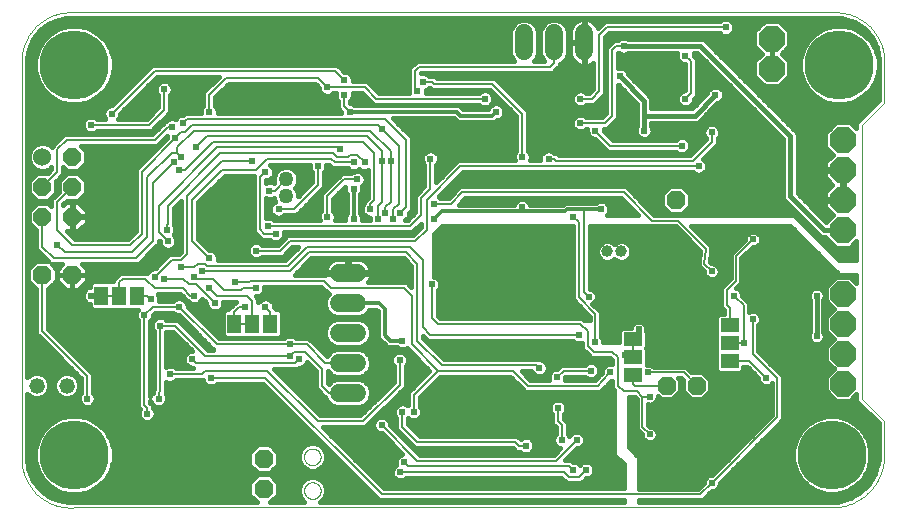
<source format=gbl>
G75*
%MOIN*%
%OFA0B0*%
%FSLAX25Y25*%
%IPPOS*%
%LPD*%
%AMOC8*
5,1,8,0,0,1.08239X$1,22.5*
%
%ADD10C,0.00000*%
%ADD11OC8,0.06300*%
%ADD12C,0.06000*%
%ADD13R,0.04600X0.06300*%
%ADD14C,0.23000*%
%ADD15R,0.06300X0.04600*%
%ADD16OC8,0.08500*%
%ADD17C,0.03969*%
%ADD18C,0.05000*%
%ADD19C,0.06000*%
%ADD20OC8,0.06000*%
%ADD21C,0.05200*%
%ADD22C,0.01600*%
%ADD23C,0.02400*%
%ADD24C,0.01200*%
%ADD25C,0.00800*%
D10*
X0032510Y0001517D02*
X0285010Y0001517D01*
X0285433Y0001522D01*
X0285855Y0001537D01*
X0286278Y0001563D01*
X0286699Y0001599D01*
X0287119Y0001645D01*
X0287539Y0001701D01*
X0287956Y0001767D01*
X0288372Y0001843D01*
X0288786Y0001929D01*
X0289198Y0002026D01*
X0289607Y0002132D01*
X0290014Y0002248D01*
X0290418Y0002374D01*
X0290818Y0002509D01*
X0291216Y0002654D01*
X0291609Y0002809D01*
X0291999Y0002973D01*
X0292385Y0003147D01*
X0292766Y0003330D01*
X0293143Y0003522D01*
X0293515Y0003723D01*
X0293882Y0003933D01*
X0294244Y0004151D01*
X0294600Y0004379D01*
X0294951Y0004615D01*
X0295296Y0004859D01*
X0295635Y0005112D01*
X0295968Y0005373D01*
X0296295Y0005641D01*
X0296615Y0005918D01*
X0296928Y0006202D01*
X0297234Y0006494D01*
X0297533Y0006793D01*
X0297825Y0007099D01*
X0298109Y0007412D01*
X0298386Y0007732D01*
X0298654Y0008059D01*
X0298915Y0008392D01*
X0299168Y0008731D01*
X0299412Y0009076D01*
X0299648Y0009427D01*
X0299876Y0009783D01*
X0300094Y0010145D01*
X0300304Y0010512D01*
X0300505Y0010884D01*
X0300697Y0011261D01*
X0300880Y0011642D01*
X0301054Y0012028D01*
X0301218Y0012418D01*
X0301373Y0012811D01*
X0301518Y0013209D01*
X0301653Y0013609D01*
X0301779Y0014013D01*
X0301895Y0014420D01*
X0302001Y0014829D01*
X0302098Y0015241D01*
X0302184Y0015655D01*
X0302260Y0016071D01*
X0302326Y0016488D01*
X0302382Y0016908D01*
X0302428Y0017328D01*
X0302464Y0017749D01*
X0302490Y0018172D01*
X0302505Y0018594D01*
X0302510Y0019017D01*
X0302461Y0019017D02*
X0302510Y0030267D01*
X0295010Y0037767D01*
X0295010Y0129017D01*
X0302461Y0136467D01*
X0302461Y0149066D01*
X0302510Y0149017D02*
X0302535Y0149410D01*
X0302551Y0149804D01*
X0302558Y0150197D01*
X0302555Y0150591D01*
X0302542Y0150985D01*
X0302520Y0151378D01*
X0302488Y0151771D01*
X0302447Y0152162D01*
X0302397Y0152553D01*
X0302337Y0152942D01*
X0302268Y0153330D01*
X0302189Y0153716D01*
X0302101Y0154100D01*
X0302004Y0154481D01*
X0301897Y0154861D01*
X0301782Y0155237D01*
X0301657Y0155611D01*
X0301523Y0155981D01*
X0301381Y0156348D01*
X0301230Y0156712D01*
X0301069Y0157072D01*
X0300901Y0157428D01*
X0300723Y0157779D01*
X0300538Y0158127D01*
X0300344Y0158469D01*
X0300141Y0158807D01*
X0299931Y0159140D01*
X0299712Y0159468D01*
X0299486Y0159790D01*
X0299252Y0160107D01*
X0299011Y0160418D01*
X0298762Y0160723D01*
X0298505Y0161022D01*
X0298242Y0161315D01*
X0297971Y0161601D01*
X0297694Y0161881D01*
X0297410Y0162154D01*
X0297120Y0162420D01*
X0296823Y0162679D01*
X0296520Y0162930D01*
X0296211Y0163175D01*
X0295896Y0163411D01*
X0295576Y0163640D01*
X0295250Y0163861D01*
X0294919Y0164075D01*
X0294582Y0164280D01*
X0294241Y0164477D01*
X0293896Y0164666D01*
X0293546Y0164846D01*
X0293191Y0165018D01*
X0292833Y0165181D01*
X0292470Y0165335D01*
X0292104Y0165481D01*
X0291735Y0165618D01*
X0291363Y0165746D01*
X0290987Y0165864D01*
X0290609Y0165974D01*
X0290228Y0166075D01*
X0289845Y0166166D01*
X0289460Y0166248D01*
X0289073Y0166320D01*
X0288684Y0166384D01*
X0288294Y0166438D01*
X0287902Y0166482D01*
X0287510Y0166517D01*
X0032510Y0166517D01*
X0032115Y0166543D01*
X0031720Y0166559D01*
X0031324Y0166565D01*
X0030928Y0166562D01*
X0030532Y0166549D01*
X0030137Y0166526D01*
X0029743Y0166494D01*
X0029349Y0166453D01*
X0028957Y0166401D01*
X0028565Y0166341D01*
X0028176Y0166271D01*
X0027788Y0166191D01*
X0027403Y0166102D01*
X0027019Y0166004D01*
X0026638Y0165896D01*
X0026260Y0165779D01*
X0025885Y0165653D01*
X0025513Y0165518D01*
X0025144Y0165374D01*
X0024779Y0165221D01*
X0024418Y0165059D01*
X0024061Y0164889D01*
X0023708Y0164710D01*
X0023359Y0164522D01*
X0023015Y0164326D01*
X0022676Y0164121D01*
X0022342Y0163909D01*
X0022014Y0163688D01*
X0021691Y0163460D01*
X0021373Y0163224D01*
X0021061Y0162980D01*
X0020756Y0162728D01*
X0020456Y0162469D01*
X0020163Y0162204D01*
X0019876Y0161931D01*
X0019596Y0161651D01*
X0019323Y0161364D01*
X0019058Y0161071D01*
X0018799Y0160771D01*
X0018547Y0160466D01*
X0018303Y0160154D01*
X0018067Y0159836D01*
X0017839Y0159513D01*
X0017618Y0159185D01*
X0017406Y0158851D01*
X0017201Y0158512D01*
X0017005Y0158168D01*
X0016817Y0157819D01*
X0016638Y0157466D01*
X0016468Y0157109D01*
X0016306Y0156748D01*
X0016153Y0156383D01*
X0016009Y0156014D01*
X0015874Y0155642D01*
X0015748Y0155267D01*
X0015631Y0154889D01*
X0015523Y0154508D01*
X0015425Y0154124D01*
X0015336Y0153739D01*
X0015256Y0153351D01*
X0015186Y0152962D01*
X0015126Y0152570D01*
X0015074Y0152178D01*
X0015033Y0151784D01*
X0015001Y0151390D01*
X0014978Y0150995D01*
X0014965Y0150599D01*
X0014962Y0150203D01*
X0014968Y0149807D01*
X0014984Y0149412D01*
X0015010Y0149017D01*
X0015010Y0019017D01*
X0014984Y0018622D01*
X0014968Y0018227D01*
X0014962Y0017831D01*
X0014965Y0017435D01*
X0014978Y0017039D01*
X0015001Y0016644D01*
X0015033Y0016250D01*
X0015074Y0015856D01*
X0015126Y0015464D01*
X0015186Y0015072D01*
X0015256Y0014683D01*
X0015336Y0014295D01*
X0015425Y0013910D01*
X0015523Y0013526D01*
X0015631Y0013145D01*
X0015748Y0012767D01*
X0015874Y0012392D01*
X0016009Y0012020D01*
X0016153Y0011651D01*
X0016306Y0011286D01*
X0016468Y0010925D01*
X0016638Y0010568D01*
X0016817Y0010215D01*
X0017005Y0009866D01*
X0017201Y0009522D01*
X0017406Y0009183D01*
X0017618Y0008849D01*
X0017839Y0008521D01*
X0018067Y0008198D01*
X0018303Y0007880D01*
X0018547Y0007568D01*
X0018799Y0007263D01*
X0019058Y0006963D01*
X0019323Y0006670D01*
X0019596Y0006383D01*
X0019876Y0006103D01*
X0020163Y0005830D01*
X0020456Y0005565D01*
X0020756Y0005306D01*
X0021061Y0005054D01*
X0021373Y0004810D01*
X0021691Y0004574D01*
X0022014Y0004346D01*
X0022342Y0004125D01*
X0022676Y0003913D01*
X0023015Y0003708D01*
X0023359Y0003512D01*
X0023708Y0003324D01*
X0024061Y0003145D01*
X0024418Y0002975D01*
X0024779Y0002813D01*
X0025144Y0002660D01*
X0025513Y0002516D01*
X0025885Y0002381D01*
X0026260Y0002255D01*
X0026638Y0002138D01*
X0027019Y0002030D01*
X0027403Y0001932D01*
X0027788Y0001843D01*
X0028176Y0001763D01*
X0028565Y0001693D01*
X0028957Y0001633D01*
X0029349Y0001581D01*
X0029743Y0001540D01*
X0030137Y0001508D01*
X0030532Y0001485D01*
X0030928Y0001472D01*
X0031324Y0001469D01*
X0031720Y0001475D01*
X0032115Y0001491D01*
X0032510Y0001517D01*
X0109129Y0007142D02*
X0109131Y0007247D01*
X0109137Y0007352D01*
X0109147Y0007456D01*
X0109161Y0007560D01*
X0109179Y0007664D01*
X0109201Y0007766D01*
X0109226Y0007868D01*
X0109256Y0007969D01*
X0109289Y0008068D01*
X0109326Y0008166D01*
X0109367Y0008263D01*
X0109412Y0008358D01*
X0109460Y0008451D01*
X0109511Y0008543D01*
X0109567Y0008632D01*
X0109625Y0008719D01*
X0109687Y0008804D01*
X0109751Y0008887D01*
X0109819Y0008967D01*
X0109890Y0009044D01*
X0109964Y0009118D01*
X0110041Y0009190D01*
X0110120Y0009259D01*
X0110202Y0009324D01*
X0110286Y0009387D01*
X0110373Y0009446D01*
X0110462Y0009502D01*
X0110553Y0009555D01*
X0110646Y0009604D01*
X0110740Y0009649D01*
X0110836Y0009691D01*
X0110934Y0009729D01*
X0111033Y0009763D01*
X0111134Y0009794D01*
X0111235Y0009820D01*
X0111338Y0009843D01*
X0111441Y0009862D01*
X0111545Y0009877D01*
X0111649Y0009888D01*
X0111754Y0009895D01*
X0111859Y0009898D01*
X0111964Y0009897D01*
X0112069Y0009892D01*
X0112173Y0009883D01*
X0112277Y0009870D01*
X0112381Y0009853D01*
X0112484Y0009832D01*
X0112586Y0009807D01*
X0112687Y0009779D01*
X0112786Y0009746D01*
X0112885Y0009710D01*
X0112982Y0009670D01*
X0113077Y0009627D01*
X0113171Y0009579D01*
X0113263Y0009529D01*
X0113353Y0009475D01*
X0113441Y0009417D01*
X0113526Y0009356D01*
X0113609Y0009292D01*
X0113690Y0009225D01*
X0113768Y0009155D01*
X0113843Y0009081D01*
X0113915Y0009006D01*
X0113985Y0008927D01*
X0114051Y0008846D01*
X0114115Y0008762D01*
X0114175Y0008676D01*
X0114231Y0008588D01*
X0114285Y0008497D01*
X0114335Y0008405D01*
X0114381Y0008311D01*
X0114424Y0008215D01*
X0114463Y0008117D01*
X0114498Y0008019D01*
X0114529Y0007918D01*
X0114557Y0007817D01*
X0114581Y0007715D01*
X0114601Y0007612D01*
X0114617Y0007508D01*
X0114629Y0007404D01*
X0114637Y0007299D01*
X0114641Y0007194D01*
X0114641Y0007090D01*
X0114637Y0006985D01*
X0114629Y0006880D01*
X0114617Y0006776D01*
X0114601Y0006672D01*
X0114581Y0006569D01*
X0114557Y0006467D01*
X0114529Y0006366D01*
X0114498Y0006265D01*
X0114463Y0006167D01*
X0114424Y0006069D01*
X0114381Y0005973D01*
X0114335Y0005879D01*
X0114285Y0005787D01*
X0114231Y0005696D01*
X0114175Y0005608D01*
X0114115Y0005522D01*
X0114051Y0005438D01*
X0113985Y0005357D01*
X0113915Y0005278D01*
X0113843Y0005203D01*
X0113768Y0005129D01*
X0113690Y0005059D01*
X0113609Y0004992D01*
X0113526Y0004928D01*
X0113441Y0004867D01*
X0113353Y0004809D01*
X0113263Y0004755D01*
X0113171Y0004705D01*
X0113077Y0004657D01*
X0112982Y0004614D01*
X0112885Y0004574D01*
X0112786Y0004538D01*
X0112687Y0004505D01*
X0112586Y0004477D01*
X0112484Y0004452D01*
X0112381Y0004431D01*
X0112277Y0004414D01*
X0112173Y0004401D01*
X0112069Y0004392D01*
X0111964Y0004387D01*
X0111859Y0004386D01*
X0111754Y0004389D01*
X0111649Y0004396D01*
X0111545Y0004407D01*
X0111441Y0004422D01*
X0111338Y0004441D01*
X0111235Y0004464D01*
X0111134Y0004490D01*
X0111033Y0004521D01*
X0110934Y0004555D01*
X0110836Y0004593D01*
X0110740Y0004635D01*
X0110646Y0004680D01*
X0110553Y0004729D01*
X0110462Y0004782D01*
X0110373Y0004838D01*
X0110286Y0004897D01*
X0110202Y0004960D01*
X0110120Y0005025D01*
X0110041Y0005094D01*
X0109964Y0005166D01*
X0109890Y0005240D01*
X0109819Y0005317D01*
X0109751Y0005397D01*
X0109687Y0005480D01*
X0109625Y0005565D01*
X0109567Y0005652D01*
X0109511Y0005741D01*
X0109460Y0005833D01*
X0109412Y0005926D01*
X0109367Y0006021D01*
X0109326Y0006118D01*
X0109289Y0006216D01*
X0109256Y0006315D01*
X0109226Y0006416D01*
X0109201Y0006518D01*
X0109179Y0006620D01*
X0109161Y0006724D01*
X0109147Y0006828D01*
X0109137Y0006932D01*
X0109131Y0007037D01*
X0109129Y0007142D01*
X0109129Y0018392D02*
X0109131Y0018497D01*
X0109137Y0018602D01*
X0109147Y0018706D01*
X0109161Y0018810D01*
X0109179Y0018914D01*
X0109201Y0019016D01*
X0109226Y0019118D01*
X0109256Y0019219D01*
X0109289Y0019318D01*
X0109326Y0019416D01*
X0109367Y0019513D01*
X0109412Y0019608D01*
X0109460Y0019701D01*
X0109511Y0019793D01*
X0109567Y0019882D01*
X0109625Y0019969D01*
X0109687Y0020054D01*
X0109751Y0020137D01*
X0109819Y0020217D01*
X0109890Y0020294D01*
X0109964Y0020368D01*
X0110041Y0020440D01*
X0110120Y0020509D01*
X0110202Y0020574D01*
X0110286Y0020637D01*
X0110373Y0020696D01*
X0110462Y0020752D01*
X0110553Y0020805D01*
X0110646Y0020854D01*
X0110740Y0020899D01*
X0110836Y0020941D01*
X0110934Y0020979D01*
X0111033Y0021013D01*
X0111134Y0021044D01*
X0111235Y0021070D01*
X0111338Y0021093D01*
X0111441Y0021112D01*
X0111545Y0021127D01*
X0111649Y0021138D01*
X0111754Y0021145D01*
X0111859Y0021148D01*
X0111964Y0021147D01*
X0112069Y0021142D01*
X0112173Y0021133D01*
X0112277Y0021120D01*
X0112381Y0021103D01*
X0112484Y0021082D01*
X0112586Y0021057D01*
X0112687Y0021029D01*
X0112786Y0020996D01*
X0112885Y0020960D01*
X0112982Y0020920D01*
X0113077Y0020877D01*
X0113171Y0020829D01*
X0113263Y0020779D01*
X0113353Y0020725D01*
X0113441Y0020667D01*
X0113526Y0020606D01*
X0113609Y0020542D01*
X0113690Y0020475D01*
X0113768Y0020405D01*
X0113843Y0020331D01*
X0113915Y0020256D01*
X0113985Y0020177D01*
X0114051Y0020096D01*
X0114115Y0020012D01*
X0114175Y0019926D01*
X0114231Y0019838D01*
X0114285Y0019747D01*
X0114335Y0019655D01*
X0114381Y0019561D01*
X0114424Y0019465D01*
X0114463Y0019367D01*
X0114498Y0019269D01*
X0114529Y0019168D01*
X0114557Y0019067D01*
X0114581Y0018965D01*
X0114601Y0018862D01*
X0114617Y0018758D01*
X0114629Y0018654D01*
X0114637Y0018549D01*
X0114641Y0018444D01*
X0114641Y0018340D01*
X0114637Y0018235D01*
X0114629Y0018130D01*
X0114617Y0018026D01*
X0114601Y0017922D01*
X0114581Y0017819D01*
X0114557Y0017717D01*
X0114529Y0017616D01*
X0114498Y0017515D01*
X0114463Y0017417D01*
X0114424Y0017319D01*
X0114381Y0017223D01*
X0114335Y0017129D01*
X0114285Y0017037D01*
X0114231Y0016946D01*
X0114175Y0016858D01*
X0114115Y0016772D01*
X0114051Y0016688D01*
X0113985Y0016607D01*
X0113915Y0016528D01*
X0113843Y0016453D01*
X0113768Y0016379D01*
X0113690Y0016309D01*
X0113609Y0016242D01*
X0113526Y0016178D01*
X0113441Y0016117D01*
X0113353Y0016059D01*
X0113263Y0016005D01*
X0113171Y0015955D01*
X0113077Y0015907D01*
X0112982Y0015864D01*
X0112885Y0015824D01*
X0112786Y0015788D01*
X0112687Y0015755D01*
X0112586Y0015727D01*
X0112484Y0015702D01*
X0112381Y0015681D01*
X0112277Y0015664D01*
X0112173Y0015651D01*
X0112069Y0015642D01*
X0111964Y0015637D01*
X0111859Y0015636D01*
X0111754Y0015639D01*
X0111649Y0015646D01*
X0111545Y0015657D01*
X0111441Y0015672D01*
X0111338Y0015691D01*
X0111235Y0015714D01*
X0111134Y0015740D01*
X0111033Y0015771D01*
X0110934Y0015805D01*
X0110836Y0015843D01*
X0110740Y0015885D01*
X0110646Y0015930D01*
X0110553Y0015979D01*
X0110462Y0016032D01*
X0110373Y0016088D01*
X0110286Y0016147D01*
X0110202Y0016210D01*
X0110120Y0016275D01*
X0110041Y0016344D01*
X0109964Y0016416D01*
X0109890Y0016490D01*
X0109819Y0016567D01*
X0109751Y0016647D01*
X0109687Y0016730D01*
X0109625Y0016815D01*
X0109567Y0016902D01*
X0109511Y0016991D01*
X0109460Y0017083D01*
X0109412Y0017176D01*
X0109367Y0017271D01*
X0109326Y0017368D01*
X0109289Y0017466D01*
X0109256Y0017565D01*
X0109226Y0017666D01*
X0109201Y0017768D01*
X0109179Y0017870D01*
X0109161Y0017974D01*
X0109147Y0018078D01*
X0109137Y0018182D01*
X0109131Y0018287D01*
X0109129Y0018392D01*
D11*
X0095635Y0017767D03*
X0095635Y0007767D03*
X0031885Y0079017D03*
X0021885Y0079017D03*
X0230010Y0042142D03*
X0240010Y0042142D03*
X0233135Y0104017D03*
D12*
X0202510Y0153517D02*
X0202510Y0159517D01*
X0192510Y0159517D02*
X0192510Y0153517D01*
X0182510Y0153517D02*
X0182510Y0159517D01*
X0126760Y0079642D02*
X0120760Y0079642D01*
X0120760Y0069642D02*
X0126760Y0069642D01*
X0126760Y0059642D02*
X0120760Y0059642D01*
X0120760Y0049642D02*
X0126760Y0049642D01*
X0126760Y0039642D02*
X0120760Y0039642D01*
D13*
X0097885Y0062767D03*
X0091885Y0062767D03*
X0085885Y0062767D03*
X0053510Y0072142D03*
X0047510Y0072142D03*
X0041510Y0072142D03*
D14*
X0032510Y0019017D03*
X0032510Y0149017D03*
X0285010Y0019017D03*
X0287510Y0149017D03*
D15*
X0250948Y0062204D03*
X0250948Y0056204D03*
X0250948Y0050204D03*
X0218760Y0051517D03*
X0218760Y0057517D03*
X0218760Y0045517D03*
D16*
X0288760Y0042767D03*
X0288760Y0052767D03*
X0288760Y0062767D03*
X0288760Y0072767D03*
X0288760Y0094017D03*
X0288760Y0104017D03*
X0288760Y0114017D03*
X0288760Y0124017D03*
X0265010Y0147767D03*
X0265010Y0157767D03*
D17*
X0214873Y0086841D03*
X0210148Y0086841D03*
D18*
X0103135Y0105267D03*
X0103135Y0110892D03*
D19*
X0021885Y0118392D03*
D20*
X0031885Y0118392D03*
X0031885Y0108392D03*
X0021885Y0108392D03*
X0021885Y0098392D03*
X0031885Y0098392D03*
D21*
X0030010Y0042142D03*
X0020010Y0042142D03*
D22*
X0017379Y0013583D02*
X0018818Y0010324D01*
X0021009Y0007515D01*
X0023818Y0005325D01*
X0027077Y0003885D01*
X0030588Y0003284D01*
X0031750Y0003302D01*
X0031765Y0003317D01*
X0032441Y0003317D01*
X0033116Y0003369D01*
X0033176Y0003317D01*
X0093368Y0003317D01*
X0090885Y0005799D01*
X0090885Y0009734D01*
X0093668Y0012517D01*
X0097603Y0012517D01*
X0100385Y0009734D01*
X0100385Y0005799D01*
X0097903Y0003317D01*
X0109267Y0003317D01*
X0108023Y0004561D01*
X0107330Y0006235D01*
X0107330Y0008048D01*
X0108023Y0009722D01*
X0109305Y0011004D01*
X0110979Y0011698D01*
X0112792Y0011698D01*
X0114466Y0011004D01*
X0115748Y0009722D01*
X0116441Y0008048D01*
X0116441Y0006235D01*
X0115748Y0004561D01*
X0114503Y0003317D01*
X0215635Y0003317D01*
X0215635Y0003892D01*
X0134182Y0003892D01*
X0095432Y0042642D01*
X0080095Y0042642D01*
X0079722Y0042268D01*
X0078692Y0041842D01*
X0077578Y0041842D01*
X0076549Y0042268D01*
X0075762Y0043056D01*
X0075415Y0043892D01*
X0066345Y0043892D01*
X0065972Y0043518D01*
X0064942Y0043092D01*
X0063828Y0043092D01*
X0063260Y0043327D01*
X0063260Y0039438D01*
X0063058Y0039236D01*
X0063435Y0038324D01*
X0063435Y0037210D01*
X0063009Y0036181D01*
X0062222Y0035393D01*
X0061192Y0034967D01*
X0060078Y0034967D01*
X0059049Y0035393D01*
X0058262Y0036181D01*
X0057936Y0036968D01*
X0057936Y0036420D01*
X0058291Y0036065D01*
X0058874Y0035496D01*
X0058875Y0035481D01*
X0058885Y0035470D01*
X0058885Y0034726D01*
X0059259Y0034353D01*
X0059685Y0033324D01*
X0059685Y0032210D01*
X0059259Y0031181D01*
X0058472Y0030393D01*
X0057442Y0029967D01*
X0056328Y0029967D01*
X0055299Y0030393D01*
X0054512Y0031181D01*
X0054085Y0032210D01*
X0054085Y0033324D01*
X0054455Y0034217D01*
X0053947Y0034712D01*
X0053946Y0034728D01*
X0053936Y0034738D01*
X0053936Y0035554D01*
X0053925Y0036369D01*
X0053936Y0036380D01*
X0053936Y0063607D01*
X0053562Y0063981D01*
X0053136Y0065010D01*
X0053136Y0066124D01*
X0053562Y0067153D01*
X0053801Y0067392D01*
X0050548Y0067392D01*
X0050510Y0067429D01*
X0050473Y0067392D01*
X0044548Y0067392D01*
X0044510Y0067429D01*
X0044473Y0067392D01*
X0038548Y0067392D01*
X0037610Y0068329D01*
X0037610Y0069342D01*
X0037578Y0069342D01*
X0036549Y0069768D01*
X0035762Y0070556D01*
X0035335Y0071585D01*
X0035335Y0072699D01*
X0035762Y0073728D01*
X0036549Y0074515D01*
X0037578Y0074942D01*
X0037610Y0074942D01*
X0037610Y0075954D01*
X0038548Y0076892D01*
X0044473Y0076892D01*
X0044510Y0076854D01*
X0044548Y0076892D01*
X0045510Y0076892D01*
X0045510Y0077345D01*
X0046682Y0078517D01*
X0047932Y0079767D01*
X0056924Y0079767D01*
X0057012Y0079978D01*
X0057799Y0080765D01*
X0058828Y0081192D01*
X0059357Y0081192D01*
X0063010Y0084845D01*
X0064182Y0086017D01*
X0067307Y0086017D01*
X0068010Y0086720D01*
X0068010Y0103563D01*
X0065760Y0101313D01*
X0065760Y0095664D01*
X0065822Y0095603D01*
X0066248Y0094574D01*
X0066248Y0093460D01*
X0065822Y0092431D01*
X0065689Y0092298D01*
X0066134Y0091853D01*
X0066560Y0090824D01*
X0066560Y0089710D01*
X0066134Y0088681D01*
X0065347Y0087893D01*
X0064317Y0087467D01*
X0063203Y0087467D01*
X0062174Y0087893D01*
X0061387Y0088681D01*
X0060960Y0089710D01*
X0060960Y0090238D01*
X0060760Y0090438D01*
X0060760Y0089438D01*
X0059589Y0088267D01*
X0053964Y0082642D01*
X0035261Y0082642D01*
X0036835Y0081067D01*
X0036835Y0079017D01*
X0031886Y0079017D01*
X0031886Y0079017D01*
X0036835Y0079017D01*
X0036835Y0076966D01*
X0033936Y0074067D01*
X0031885Y0074067D01*
X0031885Y0079017D01*
X0031885Y0079017D01*
X0026935Y0079017D01*
X0026935Y0081067D01*
X0028510Y0082642D01*
X0024978Y0082642D01*
X0026635Y0080984D01*
X0026635Y0077049D01*
X0023885Y0074299D01*
X0023885Y0061095D01*
X0038885Y0046095D01*
X0038885Y0039726D01*
X0039259Y0039353D01*
X0039685Y0038324D01*
X0039685Y0037210D01*
X0039259Y0036181D01*
X0038472Y0035393D01*
X0037442Y0034967D01*
X0036328Y0034967D01*
X0035299Y0035393D01*
X0034512Y0036181D01*
X0034085Y0037210D01*
X0034085Y0038324D01*
X0034512Y0039353D01*
X0034885Y0039726D01*
X0034885Y0044438D01*
X0021057Y0058267D01*
X0019885Y0059438D01*
X0019885Y0074299D01*
X0017135Y0077049D01*
X0017135Y0080984D01*
X0019918Y0083767D01*
X0023682Y0083767D01*
X0021057Y0086392D01*
X0019885Y0087563D01*
X0019885Y0093886D01*
X0017285Y0096486D01*
X0017285Y0100297D01*
X0019980Y0102992D01*
X0023791Y0102992D01*
X0024885Y0101897D01*
X0024885Y0104220D01*
X0026057Y0105392D01*
X0027285Y0106620D01*
X0027285Y0110297D01*
X0029980Y0112992D01*
X0033791Y0112992D01*
X0036485Y0110297D01*
X0036485Y0106486D01*
X0033791Y0103792D01*
X0030114Y0103792D01*
X0028885Y0102563D01*
X0028885Y0102180D01*
X0029897Y0103192D01*
X0031685Y0103192D01*
X0031685Y0098592D01*
X0032085Y0098592D01*
X0032085Y0103192D01*
X0033874Y0103192D01*
X0036685Y0100380D01*
X0036685Y0098592D01*
X0032086Y0098592D01*
X0032086Y0098192D01*
X0036685Y0098192D01*
X0036685Y0096403D01*
X0033874Y0093592D01*
X0032085Y0093592D01*
X0032085Y0098192D01*
X0031685Y0098192D01*
X0031685Y0093592D01*
X0030139Y0093592D01*
X0032714Y0091017D01*
X0050432Y0091017D01*
X0053010Y0093595D01*
X0053010Y0114220D01*
X0054182Y0115392D01*
X0054182Y0115392D01*
X0063460Y0124670D01*
X0063460Y0125199D01*
X0063506Y0125309D01*
X0061385Y0123188D01*
X0061385Y0123188D01*
X0060214Y0122017D01*
X0034766Y0122017D01*
X0036485Y0120297D01*
X0036485Y0116486D01*
X0033791Y0113792D01*
X0029980Y0113792D01*
X0028885Y0114886D01*
X0028885Y0112563D01*
X0026485Y0110163D01*
X0026485Y0106486D01*
X0023791Y0103792D01*
X0019980Y0103792D01*
X0017285Y0106486D01*
X0017285Y0110297D01*
X0019980Y0112992D01*
X0023657Y0112992D01*
X0024885Y0114220D01*
X0024885Y0114886D01*
X0024491Y0114492D01*
X0022800Y0113792D01*
X0020970Y0113792D01*
X0019280Y0114492D01*
X0017986Y0115786D01*
X0017285Y0117477D01*
X0017285Y0119307D01*
X0017986Y0120997D01*
X0019280Y0122291D01*
X0020970Y0122992D01*
X0022800Y0122992D01*
X0024491Y0122291D01*
X0024974Y0121809D01*
X0026057Y0122892D01*
X0029182Y0126017D01*
X0058557Y0126017D01*
X0061760Y0129220D01*
X0062932Y0130392D01*
X0063051Y0130392D01*
X0063424Y0130765D01*
X0064453Y0131192D01*
X0065567Y0131192D01*
X0066254Y0130907D01*
X0066387Y0131228D01*
X0067174Y0132015D01*
X0068203Y0132442D01*
X0068732Y0132442D01*
X0069182Y0132892D01*
X0074710Y0132892D01*
X0074710Y0133949D01*
X0075137Y0134978D01*
X0075510Y0135351D01*
X0075510Y0139845D01*
X0080807Y0145142D01*
X0060214Y0145142D01*
X0047810Y0132738D01*
X0047810Y0132210D01*
X0047384Y0131181D01*
X0047220Y0131017D01*
X0056682Y0131017D01*
X0060510Y0134845D01*
X0060510Y0138932D01*
X0060137Y0139306D01*
X0059710Y0140335D01*
X0059710Y0141449D01*
X0060137Y0142478D01*
X0060924Y0143265D01*
X0061953Y0143692D01*
X0063067Y0143692D01*
X0064097Y0143265D01*
X0064884Y0142478D01*
X0065310Y0141449D01*
X0065310Y0140335D01*
X0064884Y0139306D01*
X0064510Y0138932D01*
X0064510Y0133188D01*
X0063339Y0132017D01*
X0059510Y0128188D01*
X0058339Y0127017D01*
X0040095Y0127017D01*
X0039722Y0126643D01*
X0038692Y0126217D01*
X0037578Y0126217D01*
X0036549Y0126643D01*
X0035762Y0127431D01*
X0035335Y0128460D01*
X0035335Y0129574D01*
X0035762Y0130603D01*
X0036549Y0131390D01*
X0037578Y0131817D01*
X0038692Y0131817D01*
X0039722Y0131390D01*
X0040095Y0131017D01*
X0042801Y0131017D01*
X0042637Y0131181D01*
X0042210Y0132210D01*
X0042210Y0133324D01*
X0042637Y0134353D01*
X0043424Y0135140D01*
X0044453Y0135567D01*
X0044982Y0135567D01*
X0057385Y0147970D01*
X0058557Y0149142D01*
X0120214Y0149142D01*
X0121385Y0147970D01*
X0121385Y0147970D01*
X0122539Y0146817D01*
X0123067Y0146817D01*
X0124097Y0146390D01*
X0124884Y0145603D01*
X0125310Y0144574D01*
X0125310Y0143517D01*
X0130214Y0143517D01*
X0133964Y0139767D01*
X0144085Y0139767D01*
X0144085Y0140824D01*
X0144260Y0141246D01*
X0144260Y0147970D01*
X0146682Y0150392D01*
X0179130Y0150392D01*
X0178611Y0150911D01*
X0177910Y0152602D01*
X0177910Y0160432D01*
X0178611Y0162122D01*
X0179905Y0163416D01*
X0181595Y0164117D01*
X0183425Y0164117D01*
X0185116Y0163416D01*
X0186410Y0162122D01*
X0187110Y0160432D01*
X0187110Y0152602D01*
X0186410Y0150911D01*
X0185891Y0150392D01*
X0189130Y0150392D01*
X0188611Y0150911D01*
X0187910Y0152602D01*
X0187910Y0160432D01*
X0188611Y0162122D01*
X0189905Y0163416D01*
X0191595Y0164117D01*
X0193425Y0164117D01*
X0195116Y0163416D01*
X0196410Y0162122D01*
X0197110Y0160432D01*
X0197110Y0152602D01*
X0196410Y0150911D01*
X0195116Y0149617D01*
X0194510Y0149366D01*
X0194510Y0148813D01*
X0193260Y0147563D01*
X0192089Y0146392D01*
X0148339Y0146392D01*
X0148260Y0146313D01*
X0148260Y0146192D01*
X0149317Y0146192D01*
X0150347Y0145765D01*
X0150720Y0145392D01*
X0152714Y0145392D01*
X0153339Y0144767D01*
X0172714Y0144767D01*
X0182714Y0134767D01*
X0183885Y0133595D01*
X0183885Y0120351D01*
X0184259Y0119978D01*
X0184685Y0118949D01*
X0184685Y0117835D01*
X0184450Y0117267D01*
X0187835Y0117267D01*
X0187835Y0118324D01*
X0188262Y0119353D01*
X0189049Y0120140D01*
X0190078Y0120567D01*
X0191192Y0120567D01*
X0192222Y0120140D01*
X0192595Y0119767D01*
X0193339Y0119767D01*
X0193964Y0119142D01*
X0237932Y0119142D01*
X0243010Y0124220D01*
X0243010Y0124557D01*
X0242637Y0124931D01*
X0242210Y0125960D01*
X0242210Y0127074D01*
X0242637Y0128103D01*
X0243424Y0128890D01*
X0244453Y0129317D01*
X0245567Y0129317D01*
X0246597Y0128890D01*
X0247384Y0128103D01*
X0247810Y0127074D01*
X0247810Y0125960D01*
X0247384Y0124931D01*
X0247010Y0124557D01*
X0247010Y0122563D01*
X0245839Y0121392D01*
X0242127Y0117680D01*
X0242222Y0117640D01*
X0243009Y0116853D01*
X0243435Y0115824D01*
X0243435Y0114710D01*
X0243009Y0113681D01*
X0242222Y0112893D01*
X0241192Y0112467D01*
X0240078Y0112467D01*
X0239049Y0112893D01*
X0238676Y0113267D01*
X0162089Y0113267D01*
X0154002Y0105180D01*
X0154097Y0105140D01*
X0154470Y0104767D01*
X0157307Y0104767D01*
X0161057Y0108517D01*
X0216464Y0108517D01*
X0217635Y0107345D01*
X0217635Y0107345D01*
X0225839Y0099142D01*
X0234589Y0099142D01*
X0234714Y0099017D01*
X0272510Y0099017D01*
X0287510Y0084017D01*
X0293210Y0084017D01*
X0293210Y0090194D01*
X0291184Y0088167D01*
X0286337Y0088167D01*
X0282910Y0091594D01*
X0282910Y0091617D01*
X0282033Y0091617D01*
X0281151Y0091982D01*
X0269901Y0103232D01*
X0269226Y0103907D01*
X0268860Y0104789D01*
X0268860Y0124273D01*
X0240266Y0152867D01*
X0238991Y0152867D01*
X0239060Y0152699D01*
X0239060Y0152170D01*
X0240135Y0151095D01*
X0240135Y0138813D01*
X0239060Y0137738D01*
X0239060Y0137210D01*
X0238634Y0136181D01*
X0237847Y0135393D01*
X0236817Y0134967D01*
X0235703Y0134967D01*
X0234674Y0135393D01*
X0233887Y0136181D01*
X0233460Y0137210D01*
X0233460Y0138324D01*
X0233887Y0139353D01*
X0234674Y0140140D01*
X0235703Y0140567D01*
X0236135Y0140567D01*
X0236135Y0149342D01*
X0235703Y0149342D01*
X0234674Y0149768D01*
X0233887Y0150556D01*
X0233460Y0151585D01*
X0233460Y0152699D01*
X0233530Y0152867D01*
X0217158Y0152867D01*
X0216192Y0152467D01*
X0215078Y0152467D01*
X0214049Y0152893D01*
X0213885Y0153057D01*
X0213885Y0148067D01*
X0214942Y0148067D01*
X0215972Y0147640D01*
X0216759Y0146853D01*
X0217159Y0145887D01*
X0223870Y0139176D01*
X0224545Y0138501D01*
X0224910Y0137619D01*
X0224910Y0134542D01*
X0238391Y0134542D01*
X0243487Y0139637D01*
X0243887Y0140603D01*
X0244674Y0141390D01*
X0245703Y0141817D01*
X0246817Y0141817D01*
X0247847Y0141390D01*
X0248634Y0140603D01*
X0249060Y0139574D01*
X0249060Y0138460D01*
X0248634Y0137431D01*
X0247847Y0136643D01*
X0246881Y0136243D01*
X0241420Y0130782D01*
X0240745Y0130107D01*
X0239863Y0129742D01*
X0224910Y0129742D01*
X0224910Y0128664D01*
X0225310Y0127699D01*
X0225310Y0126585D01*
X0224884Y0125556D01*
X0224097Y0124768D01*
X0223067Y0124342D01*
X0221953Y0124342D01*
X0220924Y0124768D01*
X0220137Y0125556D01*
X0219710Y0126585D01*
X0219710Y0127699D01*
X0220110Y0128664D01*
X0220110Y0136148D01*
X0213885Y0142373D01*
X0213885Y0131313D01*
X0210214Y0127642D01*
X0209060Y0127642D01*
X0209060Y0127170D01*
X0212089Y0124142D01*
X0233051Y0124142D01*
X0233424Y0124515D01*
X0234453Y0124942D01*
X0235567Y0124942D01*
X0236597Y0124515D01*
X0237384Y0123728D01*
X0237810Y0122699D01*
X0237810Y0121585D01*
X0237384Y0120556D01*
X0236597Y0119768D01*
X0235567Y0119342D01*
X0234453Y0119342D01*
X0233424Y0119768D01*
X0233051Y0120142D01*
X0210432Y0120142D01*
X0209260Y0121313D01*
X0206232Y0124342D01*
X0205703Y0124342D01*
X0204674Y0124768D01*
X0203887Y0125556D01*
X0203460Y0126585D01*
X0203460Y0127642D01*
X0203220Y0127642D01*
X0202847Y0127268D01*
X0201817Y0126842D01*
X0200703Y0126842D01*
X0199674Y0127268D01*
X0198887Y0128056D01*
X0198460Y0129085D01*
X0198460Y0130199D01*
X0198887Y0131228D01*
X0199674Y0132015D01*
X0200703Y0132442D01*
X0201817Y0132442D01*
X0202847Y0132015D01*
X0203220Y0131642D01*
X0208557Y0131642D01*
X0209885Y0132970D01*
X0209885Y0154845D01*
X0211135Y0156095D01*
X0212307Y0157267D01*
X0213676Y0157267D01*
X0214049Y0157640D01*
X0215078Y0158067D01*
X0216192Y0158067D01*
X0217158Y0157667D01*
X0241738Y0157667D01*
X0242620Y0157301D01*
X0243295Y0156626D01*
X0243295Y0156626D01*
X0273295Y0126626D01*
X0273660Y0125744D01*
X0273660Y0106261D01*
X0283196Y0096725D01*
X0285346Y0098875D01*
X0282710Y0101511D01*
X0282710Y0103817D01*
X0288560Y0103817D01*
X0288560Y0104217D01*
X0282710Y0104217D01*
X0282710Y0106523D01*
X0285204Y0109017D01*
X0282710Y0111511D01*
X0282710Y0113817D01*
X0288560Y0113817D01*
X0288560Y0114217D01*
X0282710Y0114217D01*
X0282710Y0116523D01*
X0285346Y0119158D01*
X0282910Y0121594D01*
X0282910Y0126440D01*
X0286337Y0129867D01*
X0291184Y0129867D01*
X0293210Y0127840D01*
X0293210Y0129762D01*
X0300661Y0137213D01*
X0300661Y0148408D01*
X0300659Y0148411D01*
X0300661Y0148446D01*
X0300661Y0149811D01*
X0300724Y0149874D01*
X0300737Y0151051D01*
X0300041Y0154771D01*
X0298406Y0158184D01*
X0295942Y0161058D01*
X0292820Y0163196D01*
X0289250Y0164453D01*
X0287409Y0164717D01*
X0033176Y0164717D01*
X0033116Y0164665D01*
X0032441Y0164717D01*
X0031765Y0164717D01*
X0031750Y0164731D01*
X0030588Y0164749D01*
X0027077Y0164148D01*
X0023818Y0162709D01*
X0021009Y0160518D01*
X0018818Y0157709D01*
X0017379Y0154450D01*
X0016778Y0150939D01*
X0016796Y0149777D01*
X0016810Y0149762D01*
X0016810Y0149086D01*
X0016862Y0148411D01*
X0016810Y0148351D01*
X0016810Y0044881D01*
X0017631Y0045702D01*
X0019175Y0046342D01*
X0020846Y0046342D01*
X0022390Y0045702D01*
X0023571Y0044521D01*
X0024210Y0042977D01*
X0024210Y0041306D01*
X0023571Y0039763D01*
X0022390Y0038581D01*
X0020846Y0037942D01*
X0019175Y0037942D01*
X0017631Y0038581D01*
X0016810Y0039402D01*
X0016810Y0019683D01*
X0016862Y0019622D01*
X0016810Y0018948D01*
X0016810Y0018271D01*
X0016796Y0018256D01*
X0016778Y0017094D01*
X0017379Y0013583D01*
X0017256Y0014305D02*
X0020211Y0014305D01*
X0020303Y0013960D02*
X0022028Y0010973D01*
X0024467Y0008534D01*
X0027454Y0006809D01*
X0030786Y0005917D01*
X0034235Y0005917D01*
X0037567Y0006809D01*
X0040554Y0008534D01*
X0042993Y0010973D01*
X0044718Y0013960D01*
X0045610Y0017292D01*
X0045610Y0020741D01*
X0044718Y0024073D01*
X0042993Y0027060D01*
X0040554Y0029499D01*
X0037567Y0031224D01*
X0034235Y0032117D01*
X0030786Y0032117D01*
X0027454Y0031224D01*
X0024467Y0029499D01*
X0022028Y0027060D01*
X0020303Y0024073D01*
X0019410Y0020741D01*
X0019410Y0017292D01*
X0020303Y0013960D01*
X0021027Y0012706D02*
X0017766Y0012706D01*
X0018472Y0011108D02*
X0021950Y0011108D01*
X0023492Y0009509D02*
X0019454Y0009509D01*
X0020700Y0007911D02*
X0025547Y0007911D01*
X0022552Y0006312D02*
X0029310Y0006312D01*
X0025201Y0004714D02*
X0091971Y0004714D01*
X0090885Y0006312D02*
X0035711Y0006312D01*
X0039474Y0007911D02*
X0090885Y0007911D01*
X0090885Y0009509D02*
X0041529Y0009509D01*
X0043071Y0011108D02*
X0092259Y0011108D01*
X0093668Y0013017D02*
X0097603Y0013017D01*
X0100385Y0015799D01*
X0100385Y0019734D01*
X0097603Y0022517D01*
X0093668Y0022517D01*
X0090885Y0019734D01*
X0090885Y0015799D01*
X0093668Y0013017D01*
X0092380Y0014305D02*
X0044810Y0014305D01*
X0045238Y0015903D02*
X0090885Y0015903D01*
X0090885Y0017502D02*
X0045610Y0017502D01*
X0045610Y0019100D02*
X0090885Y0019100D01*
X0091850Y0020699D02*
X0045610Y0020699D01*
X0045194Y0022297D02*
X0093449Y0022297D01*
X0097822Y0022297D02*
X0109409Y0022297D01*
X0109305Y0022254D02*
X0108023Y0020972D01*
X0107330Y0019298D01*
X0107330Y0017485D01*
X0108023Y0015811D01*
X0109305Y0014529D01*
X0110979Y0013836D01*
X0112792Y0013836D01*
X0114466Y0014529D01*
X0115748Y0015811D01*
X0116441Y0017485D01*
X0116441Y0019298D01*
X0115748Y0020972D01*
X0114466Y0022254D01*
X0112792Y0022948D01*
X0110979Y0022948D01*
X0109305Y0022254D01*
X0107910Y0020699D02*
X0099421Y0020699D01*
X0100385Y0019100D02*
X0107330Y0019100D01*
X0107330Y0017502D02*
X0100385Y0017502D01*
X0100385Y0015903D02*
X0107985Y0015903D01*
X0109847Y0014305D02*
X0098891Y0014305D01*
X0099012Y0011108D02*
X0109555Y0011108D01*
X0107935Y0009509D02*
X0100385Y0009509D01*
X0100385Y0007911D02*
X0107330Y0007911D01*
X0107330Y0006312D02*
X0100385Y0006312D01*
X0099300Y0004714D02*
X0107960Y0004714D01*
X0115811Y0004714D02*
X0133360Y0004714D01*
X0131761Y0006312D02*
X0116441Y0006312D01*
X0116441Y0007911D02*
X0130163Y0007911D01*
X0128564Y0009509D02*
X0115836Y0009509D01*
X0114216Y0011108D02*
X0126966Y0011108D01*
X0125367Y0012706D02*
X0043994Y0012706D01*
X0044765Y0023896D02*
X0114178Y0023896D01*
X0114362Y0022297D02*
X0115776Y0022297D01*
X0115861Y0020699D02*
X0117375Y0020699D01*
X0116441Y0019100D02*
X0118973Y0019100D01*
X0120572Y0017502D02*
X0116441Y0017502D01*
X0115786Y0015903D02*
X0122170Y0015903D01*
X0123769Y0014305D02*
X0113924Y0014305D01*
X0124630Y0019100D02*
X0141431Y0019100D01*
X0141903Y0019296D02*
X0140924Y0018890D01*
X0140137Y0018103D01*
X0139710Y0017074D01*
X0139710Y0015960D01*
X0139774Y0015807D01*
X0139674Y0015765D01*
X0138887Y0014978D01*
X0138460Y0013949D01*
X0138460Y0012835D01*
X0138887Y0011806D01*
X0139674Y0011018D01*
X0140703Y0010592D01*
X0141817Y0010592D01*
X0142847Y0011018D01*
X0143220Y0011392D01*
X0194807Y0011392D01*
X0196682Y0009517D01*
X0201464Y0009517D01*
X0202635Y0010688D01*
X0203164Y0011217D01*
X0203692Y0011217D01*
X0204722Y0011643D01*
X0205509Y0012431D01*
X0205935Y0013460D01*
X0205935Y0014574D01*
X0205509Y0015603D01*
X0204722Y0016390D01*
X0203692Y0016817D01*
X0202578Y0016817D01*
X0201549Y0016390D01*
X0200948Y0015789D01*
X0200347Y0016390D01*
X0199317Y0016817D01*
X0198789Y0016817D01*
X0198339Y0017267D01*
X0196089Y0017267D01*
X0200039Y0021217D01*
X0200567Y0021217D01*
X0201597Y0021643D01*
X0202384Y0022431D01*
X0202810Y0023460D01*
X0202810Y0024574D01*
X0202384Y0025603D01*
X0201597Y0026390D01*
X0200567Y0026817D01*
X0199453Y0026817D01*
X0198424Y0026390D01*
X0197637Y0025603D01*
X0197510Y0025298D01*
X0197384Y0025603D01*
X0197010Y0025976D01*
X0197010Y0029845D01*
X0195839Y0031017D01*
X0195760Y0031095D01*
X0195760Y0032682D01*
X0196134Y0033056D01*
X0196560Y0034085D01*
X0196560Y0035199D01*
X0196134Y0036228D01*
X0195347Y0037015D01*
X0194317Y0037442D01*
X0193203Y0037442D01*
X0192174Y0037015D01*
X0191387Y0036228D01*
X0190960Y0035199D01*
X0190960Y0034085D01*
X0191387Y0033056D01*
X0191760Y0032682D01*
X0191760Y0029438D01*
X0193010Y0028188D01*
X0193010Y0025976D01*
X0192637Y0025603D01*
X0192210Y0024574D01*
X0192210Y0023460D01*
X0192637Y0022431D01*
X0193424Y0021643D01*
X0194403Y0021238D01*
X0192307Y0019142D01*
X0147714Y0019142D01*
X0137810Y0029045D01*
X0137810Y0029574D01*
X0137384Y0030603D01*
X0136597Y0031390D01*
X0135567Y0031817D01*
X0134453Y0031817D01*
X0133424Y0031390D01*
X0132637Y0030603D01*
X0132210Y0029574D01*
X0132210Y0028460D01*
X0132637Y0027431D01*
X0133424Y0026643D01*
X0134453Y0026217D01*
X0134982Y0026217D01*
X0141903Y0019296D01*
X0140500Y0020699D02*
X0123032Y0020699D01*
X0121433Y0022297D02*
X0138901Y0022297D01*
X0137303Y0023896D02*
X0119835Y0023896D01*
X0118236Y0025494D02*
X0135704Y0025494D01*
X0132974Y0027093D02*
X0116638Y0027093D01*
X0115464Y0028267D02*
X0129589Y0028267D01*
X0141776Y0040454D01*
X0142948Y0041626D01*
X0142948Y0048619D01*
X0143322Y0048993D01*
X0143748Y0050022D01*
X0143748Y0051136D01*
X0143322Y0052165D01*
X0142534Y0052953D01*
X0141505Y0053379D01*
X0140391Y0053379D01*
X0139362Y0052953D01*
X0138574Y0052165D01*
X0138148Y0051136D01*
X0138148Y0050022D01*
X0138574Y0048993D01*
X0138948Y0048619D01*
X0138948Y0043283D01*
X0127932Y0032267D01*
X0114589Y0032267D01*
X0099214Y0047642D01*
X0105432Y0047642D01*
X0107089Y0047642D01*
X0107539Y0048092D01*
X0108067Y0048092D01*
X0109097Y0048518D01*
X0109884Y0049306D01*
X0110106Y0049842D01*
X0113010Y0046938D01*
X0113010Y0041313D01*
X0115510Y0038813D01*
X0116559Y0037765D01*
X0116861Y0037036D01*
X0118155Y0035742D01*
X0119845Y0035042D01*
X0127675Y0035042D01*
X0129366Y0035742D01*
X0130660Y0037036D01*
X0131360Y0038727D01*
X0131360Y0040557D01*
X0130660Y0042247D01*
X0129366Y0043541D01*
X0127675Y0044242D01*
X0119845Y0044242D01*
X0118155Y0043541D01*
X0117297Y0042684D01*
X0117010Y0042970D01*
X0117010Y0046886D01*
X0118155Y0045742D01*
X0119845Y0045042D01*
X0127675Y0045042D01*
X0129366Y0045742D01*
X0130660Y0047036D01*
X0131360Y0048727D01*
X0131360Y0050557D01*
X0130660Y0052247D01*
X0129366Y0053541D01*
X0127675Y0054242D01*
X0119845Y0054242D01*
X0118155Y0053541D01*
X0116861Y0052247D01*
X0116750Y0051980D01*
X0110839Y0057892D01*
X0106345Y0057892D01*
X0105972Y0058265D01*
X0104942Y0058692D01*
X0103828Y0058692D01*
X0102799Y0058265D01*
X0102426Y0057892D01*
X0080839Y0057892D01*
X0070310Y0068420D01*
X0070310Y0068949D01*
X0069884Y0069978D01*
X0069097Y0070765D01*
X0068067Y0071192D01*
X0066953Y0071192D01*
X0065924Y0070765D01*
X0065551Y0070392D01*
X0060935Y0070392D01*
X0060935Y0071449D01*
X0060509Y0072478D01*
X0060345Y0072642D01*
X0067932Y0072642D01*
X0070432Y0070142D01*
X0070551Y0070142D01*
X0070924Y0069768D01*
X0071953Y0069342D01*
X0073067Y0069342D01*
X0074097Y0069768D01*
X0074884Y0070556D01*
X0075106Y0071092D01*
X0076585Y0069613D01*
X0076585Y0069085D01*
X0077012Y0068056D01*
X0077799Y0067268D01*
X0078828Y0066842D01*
X0079942Y0066842D01*
X0080972Y0067268D01*
X0081759Y0068056D01*
X0082185Y0069085D01*
X0082185Y0070142D01*
X0086432Y0070142D01*
X0085510Y0069220D01*
X0083885Y0067595D01*
X0083885Y0067517D01*
X0082923Y0067517D01*
X0081985Y0066579D01*
X0081985Y0058954D01*
X0082923Y0058017D01*
X0088848Y0058017D01*
X0088885Y0058054D01*
X0088923Y0058017D01*
X0094848Y0058017D01*
X0094885Y0058054D01*
X0094923Y0058017D01*
X0100848Y0058017D01*
X0101785Y0058954D01*
X0101785Y0066579D01*
X0100848Y0067517D01*
X0099885Y0067517D01*
X0099885Y0067595D01*
X0099060Y0068420D01*
X0099060Y0068949D01*
X0098634Y0069978D01*
X0097847Y0070765D01*
X0096817Y0071192D01*
X0095703Y0071192D01*
X0094674Y0070765D01*
X0093887Y0069978D01*
X0093885Y0069975D01*
X0093885Y0071095D01*
X0093139Y0071842D01*
X0093692Y0071842D01*
X0094722Y0072268D01*
X0095509Y0073056D01*
X0095935Y0074085D01*
X0095935Y0075142D01*
X0114807Y0075142D01*
X0117281Y0072668D01*
X0116861Y0072247D01*
X0116160Y0070557D01*
X0116160Y0068727D01*
X0116861Y0067036D01*
X0118155Y0065742D01*
X0119845Y0065042D01*
X0127675Y0065042D01*
X0129366Y0065742D01*
X0130660Y0067036D01*
X0130828Y0067442D01*
X0133162Y0067442D01*
X0133748Y0066855D01*
X0133748Y0058105D01*
X0135037Y0056817D01*
X0135623Y0056230D01*
X0136912Y0054942D01*
X0140126Y0054942D01*
X0140299Y0054768D01*
X0141328Y0054342D01*
X0142442Y0054342D01*
X0143354Y0054719D01*
X0150932Y0047142D01*
X0144807Y0041017D01*
X0143635Y0039845D01*
X0143635Y0035601D01*
X0143472Y0035765D01*
X0142442Y0036192D01*
X0141328Y0036192D01*
X0140299Y0035765D01*
X0139512Y0034978D01*
X0139085Y0033949D01*
X0139085Y0032835D01*
X0139512Y0031806D01*
X0139885Y0031432D01*
X0139885Y0027563D01*
X0141057Y0026392D01*
X0144885Y0022563D01*
X0146057Y0021392D01*
X0178557Y0021392D01*
X0178635Y0021313D01*
X0179807Y0020142D01*
X0181176Y0020142D01*
X0181549Y0019768D01*
X0182578Y0019342D01*
X0183692Y0019342D01*
X0184722Y0019768D01*
X0185509Y0020556D01*
X0185935Y0021585D01*
X0185935Y0022699D01*
X0185509Y0023728D01*
X0184722Y0024515D01*
X0183692Y0024942D01*
X0182578Y0024942D01*
X0181549Y0024515D01*
X0181320Y0024286D01*
X0180214Y0025392D01*
X0147714Y0025392D01*
X0143885Y0029220D01*
X0143885Y0031182D01*
X0144049Y0031018D01*
X0145078Y0030592D01*
X0146192Y0030592D01*
X0147222Y0031018D01*
X0148009Y0031806D01*
X0148435Y0032835D01*
X0148435Y0033949D01*
X0148009Y0034978D01*
X0147635Y0035351D01*
X0147635Y0038188D01*
X0154589Y0045142D01*
X0177932Y0045142D01*
X0181760Y0041313D01*
X0182932Y0040142D01*
X0206413Y0040142D01*
X0206444Y0040112D01*
X0207235Y0040142D01*
X0207926Y0040142D01*
X0207953Y0040168D01*
X0208100Y0040174D01*
X0209402Y0041576D01*
X0209941Y0042156D01*
X0210500Y0042716D01*
X0210500Y0042759D01*
X0211390Y0043717D01*
X0211760Y0043717D01*
X0211760Y0041313D01*
X0212510Y0040563D01*
X0212510Y0019017D01*
X0215635Y0015892D01*
X0215635Y0007892D01*
X0135839Y0007892D01*
X0115464Y0028267D01*
X0110981Y0027093D02*
X0042960Y0027093D01*
X0043897Y0025494D02*
X0112579Y0025494D01*
X0109382Y0028691D02*
X0041362Y0028691D01*
X0039185Y0030290D02*
X0055548Y0030290D01*
X0054219Y0031888D02*
X0035087Y0031888D01*
X0036042Y0035085D02*
X0016810Y0035085D01*
X0016810Y0033487D02*
X0054153Y0033487D01*
X0053936Y0035085D02*
X0037729Y0035085D01*
X0039468Y0036684D02*
X0053936Y0036684D01*
X0053936Y0038282D02*
X0039685Y0038282D01*
X0038885Y0039881D02*
X0053936Y0039881D01*
X0053936Y0041479D02*
X0038885Y0041479D01*
X0038885Y0043078D02*
X0053936Y0043078D01*
X0053936Y0044676D02*
X0038885Y0044676D01*
X0038706Y0046275D02*
X0053936Y0046275D01*
X0053936Y0047873D02*
X0037107Y0047873D01*
X0035509Y0049472D02*
X0053936Y0049472D01*
X0053936Y0051071D02*
X0033910Y0051071D01*
X0032311Y0052669D02*
X0053936Y0052669D01*
X0053936Y0054268D02*
X0030713Y0054268D01*
X0029114Y0055866D02*
X0053936Y0055866D01*
X0053936Y0057465D02*
X0027516Y0057465D01*
X0025917Y0059063D02*
X0053936Y0059063D01*
X0053936Y0060662D02*
X0024319Y0060662D01*
X0023885Y0062260D02*
X0053936Y0062260D01*
X0053684Y0063859D02*
X0023885Y0063859D01*
X0023885Y0065457D02*
X0053136Y0065457D01*
X0053522Y0067056D02*
X0023885Y0067056D01*
X0023885Y0068654D02*
X0037610Y0068654D01*
X0036065Y0070253D02*
X0023885Y0070253D01*
X0023885Y0071851D02*
X0035335Y0071851D01*
X0035647Y0073450D02*
X0023885Y0073450D01*
X0024634Y0075048D02*
X0028854Y0075048D01*
X0029835Y0074067D02*
X0026935Y0076966D01*
X0026935Y0079017D01*
X0031885Y0079017D01*
X0031885Y0079017D01*
X0031885Y0074067D01*
X0029835Y0074067D01*
X0031885Y0075048D02*
X0031885Y0075048D01*
X0031885Y0076647D02*
X0031885Y0076647D01*
X0031885Y0078245D02*
X0031885Y0078245D01*
X0036516Y0076647D02*
X0038303Y0076647D01*
X0037610Y0075048D02*
X0034917Y0075048D01*
X0036835Y0078245D02*
X0046411Y0078245D01*
X0054363Y0083041D02*
X0061206Y0083041D01*
X0062805Y0084639D02*
X0055961Y0084639D01*
X0057560Y0086238D02*
X0067528Y0086238D01*
X0068010Y0087836D02*
X0065210Y0087836D01*
X0066447Y0089435D02*
X0068010Y0089435D01*
X0068010Y0091033D02*
X0066474Y0091033D01*
X0065905Y0092632D02*
X0068010Y0092632D01*
X0068010Y0094230D02*
X0066248Y0094230D01*
X0065760Y0095829D02*
X0068010Y0095829D01*
X0068010Y0097427D02*
X0065760Y0097427D01*
X0065760Y0099026D02*
X0068010Y0099026D01*
X0068010Y0100624D02*
X0065760Y0100624D01*
X0066670Y0102223D02*
X0068010Y0102223D01*
X0073885Y0102223D02*
X0092385Y0102223D01*
X0092385Y0103821D02*
X0074519Y0103821D01*
X0073885Y0103188D02*
X0082714Y0112017D01*
X0092385Y0112017D01*
X0092385Y0093346D01*
X0094964Y0090767D01*
X0097738Y0090767D01*
X0098112Y0090393D01*
X0099141Y0089967D01*
X0100255Y0089967D01*
X0101284Y0090393D01*
X0102072Y0091181D01*
X0102498Y0092210D01*
X0102498Y0093267D01*
X0145214Y0093267D01*
X0148010Y0096063D01*
X0148010Y0094845D01*
X0145432Y0092267D01*
X0103557Y0092267D01*
X0102385Y0091095D01*
X0100432Y0089142D01*
X0095095Y0089142D01*
X0094722Y0089515D01*
X0093692Y0089942D01*
X0092578Y0089942D01*
X0091549Y0089515D01*
X0090762Y0088728D01*
X0090335Y0087699D01*
X0090335Y0086585D01*
X0090762Y0085556D01*
X0091549Y0084768D01*
X0092578Y0084342D01*
X0093692Y0084342D01*
X0094722Y0084768D01*
X0095095Y0085142D01*
X0102089Y0085142D01*
X0105214Y0088267D01*
X0107057Y0088267D01*
X0102932Y0084142D01*
X0080310Y0084142D01*
X0080310Y0085199D01*
X0079884Y0086228D01*
X0079097Y0087015D01*
X0078067Y0087442D01*
X0077539Y0087442D01*
X0073885Y0091095D01*
X0073885Y0103188D01*
X0073885Y0100624D02*
X0092385Y0100624D01*
X0092385Y0099026D02*
X0073885Y0099026D01*
X0073885Y0097427D02*
X0092385Y0097427D01*
X0092385Y0095829D02*
X0073885Y0095829D01*
X0073885Y0094230D02*
X0092385Y0094230D01*
X0093099Y0092632D02*
X0073885Y0092632D01*
X0073947Y0091033D02*
X0094698Y0091033D01*
X0094802Y0089435D02*
X0100725Y0089435D01*
X0101924Y0091033D02*
X0102324Y0091033D01*
X0102385Y0091095D02*
X0102385Y0091095D01*
X0102498Y0092632D02*
X0145797Y0092632D01*
X0146178Y0094230D02*
X0147396Y0094230D01*
X0147776Y0095829D02*
X0148010Y0095829D01*
X0153974Y0094230D02*
X0198835Y0094230D01*
X0198835Y0095267D02*
X0198835Y0070771D01*
X0204460Y0065146D01*
X0204460Y0064017D01*
X0202556Y0064017D01*
X0202006Y0064567D01*
X0154506Y0064567D01*
X0153685Y0065387D01*
X0153685Y0074015D01*
X0154090Y0074419D01*
X0154485Y0075374D01*
X0154485Y0076409D01*
X0154090Y0077364D01*
X0153358Y0078096D01*
X0152510Y0078447D01*
X0152510Y0092767D01*
X0155010Y0095267D01*
X0198835Y0095267D01*
X0198835Y0092632D02*
X0152510Y0092632D01*
X0152510Y0091033D02*
X0198835Y0091033D01*
X0198835Y0089435D02*
X0152510Y0089435D01*
X0152510Y0087836D02*
X0198835Y0087836D01*
X0198835Y0086238D02*
X0152510Y0086238D01*
X0152510Y0084639D02*
X0198835Y0084639D01*
X0198835Y0083041D02*
X0152510Y0083041D01*
X0152510Y0081442D02*
X0198835Y0081442D01*
X0198835Y0079844D02*
X0152510Y0079844D01*
X0152998Y0078245D02*
X0198835Y0078245D01*
X0198835Y0076647D02*
X0154387Y0076647D01*
X0154350Y0075048D02*
X0198835Y0075048D01*
X0198835Y0073450D02*
X0153685Y0073450D01*
X0153685Y0071851D02*
X0198835Y0071851D01*
X0199354Y0070253D02*
X0153685Y0070253D01*
X0153685Y0068654D02*
X0200952Y0068654D01*
X0202551Y0067056D02*
X0153685Y0067056D01*
X0153685Y0065457D02*
X0204149Y0065457D01*
X0207006Y0067692D02*
X0205211Y0069486D01*
X0205546Y0069625D01*
X0206277Y0070356D01*
X0206673Y0071312D01*
X0206673Y0072346D01*
X0206277Y0073302D01*
X0205546Y0074033D01*
X0204590Y0074429D01*
X0204310Y0074429D01*
X0204310Y0095267D01*
X0233090Y0095267D01*
X0241240Y0087116D01*
X0240801Y0083603D01*
X0240710Y0083512D01*
X0240710Y0082879D01*
X0240632Y0082250D01*
X0240710Y0082149D01*
X0240710Y0082021D01*
X0241158Y0081573D01*
X0241547Y0081073D01*
X0241674Y0081057D01*
X0242410Y0080321D01*
X0242410Y0079749D01*
X0242806Y0078794D01*
X0243538Y0078062D01*
X0244493Y0077667D01*
X0245528Y0077667D01*
X0246483Y0078062D01*
X0247215Y0078794D01*
X0247610Y0079749D01*
X0247610Y0080784D01*
X0247215Y0081739D01*
X0246483Y0082471D01*
X0245528Y0082867D01*
X0244956Y0082867D01*
X0244406Y0083417D01*
X0244845Y0086931D01*
X0244935Y0087021D01*
X0244935Y0087655D01*
X0245014Y0088283D01*
X0244935Y0088384D01*
X0244935Y0088512D01*
X0244487Y0088960D01*
X0244099Y0089460D01*
X0243972Y0089476D01*
X0238181Y0095267D01*
X0271260Y0095267D01*
X0287510Y0079017D01*
X0293210Y0079017D01*
X0293210Y0076307D01*
X0291101Y0078417D01*
X0286420Y0078417D01*
X0283110Y0075107D01*
X0283110Y0070426D01*
X0285770Y0067767D01*
X0283110Y0065107D01*
X0283110Y0060426D01*
X0285770Y0057767D01*
X0283110Y0055107D01*
X0283110Y0050426D01*
X0285770Y0047767D01*
X0283110Y0045107D01*
X0283110Y0040426D01*
X0286420Y0037117D01*
X0291101Y0037117D01*
X0293210Y0039226D01*
X0293210Y0037021D01*
X0294265Y0035967D01*
X0300707Y0029524D01*
X0300658Y0018279D01*
X0300662Y0018275D01*
X0300576Y0016967D01*
X0299515Y0013009D01*
X0297466Y0009459D01*
X0294568Y0006561D01*
X0291019Y0004512D01*
X0287060Y0003451D01*
X0285010Y0003317D01*
X0220635Y0003317D01*
X0220635Y0004092D01*
X0242006Y0004092D01*
X0243060Y0005146D01*
X0244956Y0007042D01*
X0245528Y0007042D01*
X0246483Y0007437D01*
X0247215Y0008169D01*
X0247610Y0009124D01*
X0247610Y0009696D01*
X0268685Y0030771D01*
X0268685Y0045387D01*
X0267631Y0046442D01*
X0260560Y0053512D01*
X0260560Y0062452D01*
X0260965Y0062856D01*
X0261360Y0063812D01*
X0261360Y0064846D01*
X0260965Y0065802D01*
X0260233Y0066533D01*
X0259278Y0066929D01*
X0258243Y0066929D01*
X0257435Y0066595D01*
X0257435Y0069762D01*
X0255110Y0072087D01*
X0255110Y0072659D01*
X0254715Y0073614D01*
X0253983Y0074346D01*
X0253207Y0074667D01*
X0253881Y0075342D01*
X0254935Y0076396D01*
X0254935Y0084521D01*
X0258706Y0088292D01*
X0259278Y0088292D01*
X0260233Y0088687D01*
X0260965Y0089419D01*
X0261360Y0090374D01*
X0261360Y0091409D01*
X0260965Y0092364D01*
X0260233Y0093096D01*
X0259278Y0093492D01*
X0258243Y0093492D01*
X0257288Y0093096D01*
X0256556Y0092364D01*
X0256160Y0091409D01*
X0256160Y0090837D01*
X0251335Y0086012D01*
X0251335Y0077887D01*
X0248210Y0074762D01*
X0248210Y0068271D01*
X0249148Y0067334D01*
X0249148Y0065904D01*
X0247218Y0065904D01*
X0246398Y0065084D01*
X0246398Y0059324D01*
X0246518Y0059204D01*
X0246398Y0059084D01*
X0246398Y0053324D01*
X0246518Y0053204D01*
X0246398Y0053084D01*
X0246398Y0047324D01*
X0247218Y0046504D01*
X0254678Y0046504D01*
X0255498Y0047324D01*
X0255498Y0048467D01*
X0256765Y0048467D01*
X0260535Y0044696D01*
X0260535Y0044124D01*
X0260931Y0043169D01*
X0261663Y0042437D01*
X0262618Y0042042D01*
X0263653Y0042042D01*
X0264608Y0042437D01*
X0265085Y0042915D01*
X0265085Y0032262D01*
X0245065Y0012242D01*
X0244493Y0012242D01*
X0243538Y0011846D01*
X0242806Y0011114D01*
X0242410Y0010159D01*
X0242410Y0009587D01*
X0240515Y0007692D01*
X0220635Y0007692D01*
X0220635Y0018392D01*
X0217510Y0021517D01*
X0217510Y0038467D01*
X0219265Y0038467D01*
X0220085Y0037646D01*
X0220085Y0027646D01*
X0221140Y0026592D01*
X0221785Y0025946D01*
X0221785Y0025374D01*
X0222181Y0024419D01*
X0222913Y0023687D01*
X0223868Y0023292D01*
X0224903Y0023292D01*
X0225858Y0023687D01*
X0226590Y0024419D01*
X0226985Y0025374D01*
X0226985Y0026409D01*
X0226590Y0027364D01*
X0225858Y0028096D01*
X0224903Y0028492D01*
X0224331Y0028492D01*
X0223685Y0029137D01*
X0223685Y0035867D01*
X0223868Y0035792D01*
X0224903Y0035792D01*
X0225858Y0036187D01*
X0226590Y0036919D01*
X0226985Y0037874D01*
X0226985Y0038732D01*
X0228126Y0037592D01*
X0231895Y0037592D01*
X0234560Y0040257D01*
X0234560Y0044026D01*
X0233870Y0044717D01*
X0234890Y0044717D01*
X0235520Y0044086D01*
X0235460Y0044026D01*
X0235460Y0040257D01*
X0238126Y0037592D01*
X0241895Y0037592D01*
X0244560Y0040257D01*
X0244560Y0044026D01*
X0241895Y0046692D01*
X0238126Y0046692D01*
X0238066Y0046632D01*
X0236381Y0048317D01*
X0225637Y0048317D01*
X0225233Y0048721D01*
X0224278Y0049117D01*
X0223310Y0049117D01*
X0223310Y0054397D01*
X0223190Y0054517D01*
X0223310Y0054637D01*
X0223310Y0060397D01*
X0223235Y0060472D01*
X0223235Y0061409D01*
X0222840Y0062364D01*
X0222108Y0063096D01*
X0221153Y0063492D01*
X0220118Y0063492D01*
X0219163Y0063096D01*
X0218431Y0062364D01*
X0218035Y0061409D01*
X0218035Y0061217D01*
X0215031Y0061217D01*
X0214210Y0060397D01*
X0214210Y0056517D01*
X0208860Y0056517D01*
X0208860Y0057034D01*
X0208465Y0057989D01*
X0208135Y0058319D01*
X0208135Y0064017D01*
X0208060Y0064017D01*
X0208060Y0066637D01*
X0207006Y0067692D01*
X0207642Y0067056D02*
X0249148Y0067056D01*
X0248210Y0068654D02*
X0206044Y0068654D01*
X0206173Y0070253D02*
X0248210Y0070253D01*
X0248210Y0071851D02*
X0206673Y0071851D01*
X0206129Y0073450D02*
X0248210Y0073450D01*
X0248496Y0075048D02*
X0204310Y0075048D01*
X0204310Y0076647D02*
X0250095Y0076647D01*
X0251335Y0078245D02*
X0246666Y0078245D01*
X0247610Y0079844D02*
X0251335Y0079844D01*
X0251335Y0081442D02*
X0247338Y0081442D01*
X0244782Y0083041D02*
X0251335Y0083041D01*
X0251335Y0084639D02*
X0244559Y0084639D01*
X0244758Y0086238D02*
X0251561Y0086238D01*
X0253159Y0087836D02*
X0244958Y0087836D01*
X0244118Y0089435D02*
X0254758Y0089435D01*
X0256160Y0091033D02*
X0242414Y0091033D01*
X0240816Y0092632D02*
X0256824Y0092632D01*
X0260697Y0092632D02*
X0273895Y0092632D01*
X0272297Y0094230D02*
X0239217Y0094230D01*
X0235725Y0092632D02*
X0204310Y0092632D01*
X0204310Y0094230D02*
X0234126Y0094230D01*
X0237323Y0091033D02*
X0204310Y0091033D01*
X0204310Y0089435D02*
X0207956Y0089435D01*
X0208231Y0089710D02*
X0207279Y0088758D01*
X0206764Y0087515D01*
X0206764Y0086168D01*
X0207279Y0084924D01*
X0208231Y0083972D01*
X0209475Y0083457D01*
X0210821Y0083457D01*
X0212065Y0083972D01*
X0212510Y0084418D01*
X0212956Y0083972D01*
X0214199Y0083457D01*
X0215546Y0083457D01*
X0216790Y0083972D01*
X0217742Y0084924D01*
X0218257Y0086168D01*
X0218257Y0087515D01*
X0217742Y0088758D01*
X0216790Y0089710D01*
X0215546Y0090226D01*
X0214199Y0090226D01*
X0212956Y0089710D01*
X0212510Y0089265D01*
X0212065Y0089710D01*
X0210821Y0090226D01*
X0209475Y0090226D01*
X0208231Y0089710D01*
X0206897Y0087836D02*
X0204310Y0087836D01*
X0204310Y0086238D02*
X0206764Y0086238D01*
X0207564Y0084639D02*
X0204310Y0084639D01*
X0204310Y0083041D02*
X0240710Y0083041D01*
X0240931Y0084639D02*
X0217456Y0084639D01*
X0218257Y0086238D02*
X0241130Y0086238D01*
X0240520Y0087836D02*
X0218124Y0087836D01*
X0217065Y0089435D02*
X0238922Y0089435D01*
X0241260Y0081442D02*
X0204310Y0081442D01*
X0204310Y0079844D02*
X0242410Y0079844D01*
X0243355Y0078245D02*
X0204310Y0078245D01*
X0212341Y0089435D02*
X0212680Y0089435D01*
X0210220Y0099017D02*
X0210509Y0099306D01*
X0210935Y0100335D01*
X0210935Y0101449D01*
X0210509Y0102478D01*
X0209722Y0103265D01*
X0208692Y0103692D01*
X0207578Y0103692D01*
X0206549Y0103265D01*
X0206376Y0103092D01*
X0195974Y0103092D01*
X0195349Y0102467D01*
X0184523Y0102467D01*
X0184259Y0103103D01*
X0183472Y0103890D01*
X0182442Y0104317D01*
X0181328Y0104317D01*
X0180299Y0103890D01*
X0179512Y0103103D01*
X0179248Y0102467D01*
X0160664Y0102467D01*
X0162714Y0104517D01*
X0214807Y0104517D01*
X0220307Y0099017D01*
X0210220Y0099017D01*
X0210229Y0099026D02*
X0220298Y0099026D01*
X0218699Y0100624D02*
X0210935Y0100624D01*
X0210615Y0102223D02*
X0217101Y0102223D01*
X0215502Y0103821D02*
X0183541Y0103821D01*
X0180230Y0103821D02*
X0162019Y0103821D01*
X0159559Y0107018D02*
X0155841Y0107018D01*
X0154242Y0105420D02*
X0157960Y0105420D01*
X0157439Y0108617D02*
X0231018Y0108617D01*
X0231168Y0108767D02*
X0228385Y0105984D01*
X0228385Y0102049D01*
X0231168Y0099267D01*
X0235103Y0099267D01*
X0237885Y0102049D01*
X0237885Y0105984D01*
X0235103Y0108767D01*
X0231168Y0108767D01*
X0229420Y0107018D02*
X0217962Y0107018D01*
X0219561Y0105420D02*
X0228385Y0105420D01*
X0228385Y0103821D02*
X0221159Y0103821D01*
X0222758Y0102223D02*
X0228385Y0102223D01*
X0229810Y0100624D02*
X0224356Y0100624D01*
X0234705Y0099026D02*
X0274107Y0099026D01*
X0274100Y0097427D02*
X0275706Y0097427D01*
X0275698Y0095829D02*
X0277304Y0095829D01*
X0277297Y0094230D02*
X0278903Y0094230D01*
X0278895Y0092632D02*
X0280501Y0092632D01*
X0280494Y0091033D02*
X0283471Y0091033D01*
X0282092Y0089435D02*
X0285069Y0089435D01*
X0283691Y0087836D02*
X0293210Y0087836D01*
X0293210Y0086238D02*
X0285289Y0086238D01*
X0286888Y0084639D02*
X0293210Y0084639D01*
X0293210Y0089435D02*
X0292452Y0089435D01*
X0288760Y0094017D02*
X0282510Y0094017D01*
X0271260Y0105267D01*
X0271260Y0125267D01*
X0241260Y0155267D01*
X0215635Y0155267D01*
X0211613Y0156572D02*
X0209510Y0156572D01*
X0209510Y0154974D02*
X0210014Y0154974D01*
X0209885Y0153375D02*
X0209510Y0153375D01*
X0209510Y0151777D02*
X0209885Y0151777D01*
X0209885Y0150178D02*
X0209510Y0150178D01*
X0209510Y0148580D02*
X0209885Y0148580D01*
X0209885Y0146981D02*
X0209510Y0146981D01*
X0209510Y0145383D02*
X0209885Y0145383D01*
X0209885Y0143784D02*
X0209510Y0143784D01*
X0209510Y0142186D02*
X0209885Y0142186D01*
X0209885Y0140587D02*
X0209510Y0140587D01*
X0209510Y0139438D02*
X0209510Y0158188D01*
X0210839Y0159517D01*
X0247738Y0159517D01*
X0248112Y0159143D01*
X0249141Y0158717D01*
X0250255Y0158717D01*
X0251284Y0159143D01*
X0252072Y0159931D01*
X0252498Y0160960D01*
X0252498Y0162074D01*
X0252072Y0163103D01*
X0251284Y0163890D01*
X0250255Y0164317D01*
X0249141Y0164317D01*
X0248112Y0163890D01*
X0247738Y0163517D01*
X0209182Y0163517D01*
X0208010Y0162345D01*
X0206975Y0161310D01*
X0206959Y0161359D01*
X0206616Y0162032D01*
X0206172Y0162644D01*
X0205637Y0163178D01*
X0205026Y0163622D01*
X0204353Y0163965D01*
X0203634Y0164198D01*
X0202888Y0164317D01*
X0202710Y0164317D01*
X0202710Y0156717D01*
X0202310Y0156717D01*
X0202310Y0156317D01*
X0197710Y0156317D01*
X0197710Y0153139D01*
X0197829Y0152393D01*
X0198062Y0151674D01*
X0198405Y0151001D01*
X0198849Y0150390D01*
X0199383Y0149855D01*
X0199995Y0149411D01*
X0200668Y0149068D01*
X0201386Y0148835D01*
X0202133Y0148717D01*
X0202310Y0148717D01*
X0202310Y0156317D01*
X0202710Y0156317D01*
X0202710Y0148717D01*
X0202888Y0148717D01*
X0203634Y0148835D01*
X0204353Y0149068D01*
X0205026Y0149411D01*
X0205510Y0149763D01*
X0205510Y0141095D01*
X0204182Y0139767D01*
X0203220Y0139767D01*
X0202847Y0140140D01*
X0201817Y0140567D01*
X0200703Y0140567D01*
X0199674Y0140140D01*
X0198887Y0139353D01*
X0198460Y0138324D01*
X0198460Y0137210D01*
X0198887Y0136181D01*
X0199674Y0135393D01*
X0200703Y0134967D01*
X0201817Y0134967D01*
X0202847Y0135393D01*
X0203220Y0135767D01*
X0205839Y0135767D01*
X0208339Y0138267D01*
X0209510Y0139438D01*
X0209885Y0138989D02*
X0209061Y0138989D01*
X0209885Y0137390D02*
X0207462Y0137390D01*
X0205864Y0135792D02*
X0209885Y0135792D01*
X0209885Y0134193D02*
X0183287Y0134193D01*
X0183885Y0132595D02*
X0209510Y0132595D01*
X0211970Y0129398D02*
X0220110Y0129398D01*
X0220110Y0130996D02*
X0213568Y0130996D01*
X0213885Y0132595D02*
X0220110Y0132595D01*
X0220110Y0134193D02*
X0213885Y0134193D01*
X0213885Y0135792D02*
X0220110Y0135792D01*
X0218868Y0137390D02*
X0213885Y0137390D01*
X0213885Y0138989D02*
X0217269Y0138989D01*
X0215671Y0140587D02*
X0213885Y0140587D01*
X0213885Y0142186D02*
X0214072Y0142186D01*
X0219262Y0143784D02*
X0236135Y0143784D01*
X0236135Y0142186D02*
X0220861Y0142186D01*
X0222459Y0140587D02*
X0236135Y0140587D01*
X0233736Y0138989D02*
X0224058Y0138989D01*
X0224910Y0137390D02*
X0233460Y0137390D01*
X0234276Y0135792D02*
X0224910Y0135792D01*
X0222510Y0137142D02*
X0222510Y0132142D01*
X0222510Y0127142D01*
X0219870Y0126201D02*
X0210030Y0126201D01*
X0210371Y0127799D02*
X0219752Y0127799D01*
X0221325Y0124602D02*
X0211628Y0124602D01*
X0209169Y0121405D02*
X0183885Y0121405D01*
X0183885Y0123004D02*
X0207570Y0123004D01*
X0205075Y0124602D02*
X0183885Y0124602D01*
X0183885Y0126201D02*
X0203620Y0126201D01*
X0199143Y0127799D02*
X0183885Y0127799D01*
X0183885Y0129398D02*
X0198460Y0129398D01*
X0198791Y0130996D02*
X0183885Y0130996D01*
X0179885Y0130996D02*
X0174669Y0130996D01*
X0174722Y0131018D02*
X0175509Y0131806D01*
X0175935Y0132835D01*
X0175935Y0133949D01*
X0175509Y0134978D01*
X0174722Y0135765D01*
X0173692Y0136192D01*
X0172578Y0136192D01*
X0171549Y0135765D01*
X0170762Y0134978D01*
X0170498Y0134342D01*
X0162172Y0134342D01*
X0160922Y0135592D01*
X0126145Y0135592D01*
X0125972Y0135765D01*
X0124942Y0136192D01*
X0124510Y0136192D01*
X0124510Y0137057D01*
X0124884Y0137431D01*
X0125310Y0138460D01*
X0125310Y0139517D01*
X0128557Y0139517D01*
X0131135Y0136938D01*
X0132307Y0135767D01*
X0167426Y0135767D01*
X0167799Y0135393D01*
X0168828Y0134967D01*
X0169942Y0134967D01*
X0170972Y0135393D01*
X0171759Y0136181D01*
X0172185Y0137210D01*
X0172185Y0138324D01*
X0171759Y0139353D01*
X0170972Y0140140D01*
X0169942Y0140567D01*
X0168828Y0140567D01*
X0167799Y0140140D01*
X0167426Y0139767D01*
X0149685Y0139767D01*
X0149685Y0140744D01*
X0150347Y0141018D01*
X0150720Y0141392D01*
X0151057Y0141392D01*
X0151682Y0140767D01*
X0171057Y0140767D01*
X0179885Y0131938D01*
X0179885Y0120351D01*
X0179512Y0119978D01*
X0179085Y0118949D01*
X0179085Y0117835D01*
X0179321Y0117267D01*
X0162089Y0117267D01*
X0160432Y0117267D01*
X0153260Y0110095D01*
X0153260Y0115807D01*
X0153634Y0116181D01*
X0154060Y0117210D01*
X0154060Y0118324D01*
X0153634Y0119353D01*
X0152847Y0120140D01*
X0151817Y0120567D01*
X0150703Y0120567D01*
X0149674Y0120140D01*
X0148887Y0119353D01*
X0148460Y0118324D01*
X0148460Y0117210D01*
X0148887Y0116181D01*
X0149260Y0115807D01*
X0149260Y0108595D01*
X0146135Y0105470D01*
X0146135Y0099845D01*
X0143557Y0097267D01*
X0142843Y0097267D01*
X0142847Y0097268D01*
X0143634Y0098056D01*
X0144060Y0099085D01*
X0144060Y0099613D01*
X0145135Y0100688D01*
X0145135Y0124845D01*
X0143964Y0126017D01*
X0138789Y0131192D01*
X0159099Y0131192D01*
X0160349Y0129942D01*
X0172797Y0129942D01*
X0173447Y0130592D01*
X0173692Y0130592D01*
X0174722Y0131018D01*
X0175836Y0132595D02*
X0179229Y0132595D01*
X0177631Y0134193D02*
X0175834Y0134193D01*
X0176032Y0135792D02*
X0174658Y0135792D01*
X0174434Y0137390D02*
X0172185Y0137390D01*
X0171910Y0138989D02*
X0172835Y0138989D01*
X0171237Y0140587D02*
X0149685Y0140587D01*
X0144085Y0140587D02*
X0133143Y0140587D01*
X0131545Y0142186D02*
X0144260Y0142186D01*
X0144260Y0143784D02*
X0125310Y0143784D01*
X0124975Y0145383D02*
X0144260Y0145383D01*
X0144260Y0146981D02*
X0122374Y0146981D01*
X0120776Y0148580D02*
X0144870Y0148580D01*
X0146469Y0150178D02*
X0045610Y0150178D01*
X0045610Y0150741D02*
X0045610Y0147292D01*
X0044718Y0143960D01*
X0042993Y0140973D01*
X0040554Y0138534D01*
X0037567Y0136809D01*
X0034235Y0135917D01*
X0030786Y0135917D01*
X0027454Y0136809D01*
X0024467Y0138534D01*
X0022028Y0140973D01*
X0020303Y0143960D01*
X0019410Y0147292D01*
X0019410Y0150741D01*
X0020303Y0154073D01*
X0022028Y0157060D01*
X0024467Y0159499D01*
X0027454Y0161224D01*
X0030786Y0162117D01*
X0034235Y0162117D01*
X0037567Y0161224D01*
X0040554Y0159499D01*
X0042993Y0157060D01*
X0044718Y0154073D01*
X0045610Y0150741D01*
X0045333Y0151777D02*
X0178252Y0151777D01*
X0177910Y0153375D02*
X0044905Y0153375D01*
X0044198Y0154974D02*
X0177910Y0154974D01*
X0177910Y0156572D02*
X0043275Y0156572D01*
X0041883Y0158171D02*
X0177910Y0158171D01*
X0177910Y0159769D02*
X0040086Y0159769D01*
X0037030Y0161368D02*
X0178298Y0161368D01*
X0179455Y0162966D02*
X0024401Y0162966D01*
X0022098Y0161368D02*
X0027991Y0161368D01*
X0024935Y0159769D02*
X0020425Y0159769D01*
X0019178Y0158171D02*
X0023138Y0158171D01*
X0021746Y0156572D02*
X0018316Y0156572D01*
X0017610Y0154974D02*
X0020823Y0154974D01*
X0020116Y0153375D02*
X0017195Y0153375D01*
X0016921Y0151777D02*
X0019688Y0151777D01*
X0019410Y0150178D02*
X0016790Y0150178D01*
X0016849Y0148580D02*
X0019410Y0148580D01*
X0019494Y0146981D02*
X0016810Y0146981D01*
X0016810Y0145383D02*
X0019922Y0145383D01*
X0020405Y0143784D02*
X0016810Y0143784D01*
X0016810Y0142186D02*
X0021328Y0142186D01*
X0022414Y0140587D02*
X0016810Y0140587D01*
X0016810Y0138989D02*
X0024012Y0138989D01*
X0026448Y0137390D02*
X0016810Y0137390D01*
X0016810Y0135792D02*
X0045207Y0135792D01*
X0046805Y0137390D02*
X0038573Y0137390D01*
X0041009Y0138989D02*
X0048404Y0138989D01*
X0050003Y0140587D02*
X0042607Y0140587D01*
X0043693Y0142186D02*
X0051601Y0142186D01*
X0053200Y0143784D02*
X0044616Y0143784D01*
X0045099Y0145383D02*
X0054798Y0145383D01*
X0056397Y0146981D02*
X0045527Y0146981D01*
X0045610Y0148580D02*
X0057995Y0148580D01*
X0058856Y0143784D02*
X0079450Y0143784D01*
X0077851Y0142186D02*
X0065005Y0142186D01*
X0065310Y0140587D02*
X0076253Y0140587D01*
X0075510Y0138989D02*
X0064567Y0138989D01*
X0064510Y0137390D02*
X0075510Y0137390D01*
X0075510Y0135792D02*
X0064510Y0135792D01*
X0064510Y0134193D02*
X0074812Y0134193D01*
X0068885Y0132595D02*
X0063917Y0132595D01*
X0063981Y0130996D02*
X0062318Y0130996D01*
X0061938Y0129398D02*
X0060720Y0129398D01*
X0060339Y0127799D02*
X0059121Y0127799D01*
X0058741Y0126201D02*
X0016810Y0126201D01*
X0016810Y0127799D02*
X0035609Y0127799D01*
X0035335Y0129398D02*
X0016810Y0129398D01*
X0016810Y0130996D02*
X0036155Y0130996D01*
X0042210Y0132595D02*
X0016810Y0132595D01*
X0016810Y0134193D02*
X0042571Y0134193D01*
X0047810Y0132595D02*
X0058260Y0132595D01*
X0059858Y0134193D02*
X0049265Y0134193D01*
X0050864Y0135792D02*
X0060510Y0135792D01*
X0060510Y0137390D02*
X0052462Y0137390D01*
X0054061Y0138989D02*
X0060454Y0138989D01*
X0059710Y0140587D02*
X0055659Y0140587D01*
X0057258Y0142186D02*
X0060016Y0142186D01*
X0066040Y0130996D02*
X0066291Y0130996D01*
X0063392Y0124602D02*
X0062799Y0124602D01*
X0061794Y0123004D02*
X0061201Y0123004D01*
X0060195Y0121405D02*
X0035377Y0121405D01*
X0036485Y0119806D02*
X0058597Y0119806D01*
X0056998Y0118208D02*
X0036485Y0118208D01*
X0036485Y0116609D02*
X0055400Y0116609D01*
X0053801Y0115011D02*
X0035010Y0115011D01*
X0034969Y0111814D02*
X0053010Y0111814D01*
X0053010Y0113412D02*
X0028885Y0113412D01*
X0028802Y0111814D02*
X0028136Y0111814D01*
X0027285Y0110215D02*
X0026538Y0110215D01*
X0026485Y0108617D02*
X0027285Y0108617D01*
X0027285Y0107018D02*
X0026485Y0107018D01*
X0026085Y0105420D02*
X0025419Y0105420D01*
X0024885Y0103821D02*
X0023821Y0103821D01*
X0024560Y0102223D02*
X0024885Y0102223D01*
X0028885Y0102223D02*
X0028928Y0102223D01*
X0031685Y0102223D02*
X0032085Y0102223D01*
X0032085Y0100624D02*
X0031685Y0100624D01*
X0031685Y0099026D02*
X0032085Y0099026D01*
X0032085Y0097427D02*
X0031685Y0097427D01*
X0031685Y0095829D02*
X0032085Y0095829D01*
X0032085Y0094230D02*
X0031685Y0094230D01*
X0031099Y0092632D02*
X0052047Y0092632D01*
X0053010Y0094230D02*
X0034512Y0094230D01*
X0036111Y0095829D02*
X0053010Y0095829D01*
X0053010Y0097427D02*
X0036685Y0097427D01*
X0036685Y0099026D02*
X0053010Y0099026D01*
X0053010Y0100624D02*
X0036441Y0100624D01*
X0034842Y0102223D02*
X0053010Y0102223D01*
X0053010Y0103821D02*
X0033821Y0103821D01*
X0035419Y0105420D02*
X0053010Y0105420D01*
X0053010Y0107018D02*
X0036485Y0107018D01*
X0036485Y0108617D02*
X0053010Y0108617D01*
X0053010Y0110215D02*
X0036485Y0110215D01*
X0024078Y0113412D02*
X0016810Y0113412D01*
X0016810Y0111814D02*
X0018802Y0111814D01*
X0017285Y0110215D02*
X0016810Y0110215D01*
X0016810Y0108617D02*
X0017285Y0108617D01*
X0017285Y0107018D02*
X0016810Y0107018D01*
X0016810Y0105420D02*
X0018352Y0105420D01*
X0016810Y0103821D02*
X0019950Y0103821D01*
X0019211Y0102223D02*
X0016810Y0102223D01*
X0016810Y0100624D02*
X0017613Y0100624D01*
X0017285Y0099026D02*
X0016810Y0099026D01*
X0016810Y0097427D02*
X0017285Y0097427D01*
X0016810Y0095829D02*
X0017943Y0095829D01*
X0016810Y0094230D02*
X0019541Y0094230D01*
X0019885Y0092632D02*
X0016810Y0092632D01*
X0016810Y0091033D02*
X0019885Y0091033D01*
X0019885Y0089435D02*
X0016810Y0089435D01*
X0016810Y0087836D02*
X0019885Y0087836D01*
X0021211Y0086238D02*
X0016810Y0086238D01*
X0016810Y0084639D02*
X0022809Y0084639D01*
X0019192Y0083041D02*
X0016810Y0083041D01*
X0016810Y0081442D02*
X0017594Y0081442D01*
X0017135Y0079844D02*
X0016810Y0079844D01*
X0016810Y0078245D02*
X0017135Y0078245D01*
X0016810Y0076647D02*
X0017538Y0076647D01*
X0016810Y0075048D02*
X0019136Y0075048D01*
X0019885Y0073450D02*
X0016810Y0073450D01*
X0016810Y0071851D02*
X0019885Y0071851D01*
X0019885Y0070253D02*
X0016810Y0070253D01*
X0016810Y0068654D02*
X0019885Y0068654D01*
X0019885Y0067056D02*
X0016810Y0067056D01*
X0016810Y0065457D02*
X0019885Y0065457D01*
X0019885Y0063859D02*
X0016810Y0063859D01*
X0016810Y0062260D02*
X0019885Y0062260D01*
X0019885Y0060662D02*
X0016810Y0060662D01*
X0016810Y0059063D02*
X0020261Y0059063D01*
X0021859Y0057465D02*
X0016810Y0057465D01*
X0016810Y0055866D02*
X0023458Y0055866D01*
X0025056Y0054268D02*
X0016810Y0054268D01*
X0016810Y0052669D02*
X0026655Y0052669D01*
X0028253Y0051071D02*
X0016810Y0051071D01*
X0016810Y0049472D02*
X0029852Y0049472D01*
X0031450Y0047873D02*
X0016810Y0047873D01*
X0016810Y0046275D02*
X0019014Y0046275D01*
X0021007Y0046275D02*
X0029014Y0046275D01*
X0029175Y0046342D02*
X0027631Y0045702D01*
X0026450Y0044521D01*
X0025810Y0042977D01*
X0025810Y0041306D01*
X0026450Y0039763D01*
X0027631Y0038581D01*
X0029175Y0037942D01*
X0030846Y0037942D01*
X0032390Y0038581D01*
X0033571Y0039763D01*
X0034210Y0041306D01*
X0034210Y0042977D01*
X0033571Y0044521D01*
X0032390Y0045702D01*
X0030846Y0046342D01*
X0029175Y0046342D01*
X0031007Y0046275D02*
X0033049Y0046275D01*
X0033415Y0044676D02*
X0034647Y0044676D01*
X0034885Y0043078D02*
X0034169Y0043078D01*
X0034210Y0041479D02*
X0034885Y0041479D01*
X0034885Y0039881D02*
X0033620Y0039881D01*
X0034085Y0038282D02*
X0031669Y0038282D01*
X0034303Y0036684D02*
X0016810Y0036684D01*
X0016810Y0038282D02*
X0018352Y0038282D01*
X0021669Y0038282D02*
X0028352Y0038282D01*
X0026401Y0039881D02*
X0023620Y0039881D01*
X0024210Y0041479D02*
X0025810Y0041479D01*
X0025852Y0043078D02*
X0024169Y0043078D01*
X0023415Y0044676D02*
X0026606Y0044676D01*
X0029934Y0031888D02*
X0016810Y0031888D01*
X0016810Y0030290D02*
X0025836Y0030290D01*
X0023659Y0028691D02*
X0016810Y0028691D01*
X0016810Y0027093D02*
X0022060Y0027093D01*
X0021124Y0025494D02*
X0016810Y0025494D01*
X0016810Y0023896D02*
X0020256Y0023896D01*
X0019827Y0022297D02*
X0016810Y0022297D01*
X0016810Y0020699D02*
X0019410Y0020699D01*
X0019410Y0019100D02*
X0016822Y0019100D01*
X0016784Y0017502D02*
X0019410Y0017502D01*
X0019783Y0015903D02*
X0016982Y0015903D01*
X0058223Y0030290D02*
X0107784Y0030290D01*
X0106185Y0031888D02*
X0059552Y0031888D01*
X0059618Y0033487D02*
X0104587Y0033487D01*
X0102988Y0035085D02*
X0061479Y0035085D01*
X0059792Y0035085D02*
X0058885Y0035085D01*
X0058053Y0036684D02*
X0057936Y0036684D01*
X0057936Y0038565D02*
X0057936Y0063607D01*
X0058309Y0063981D01*
X0058736Y0065010D01*
X0058736Y0065538D01*
X0059589Y0066392D01*
X0065551Y0066392D01*
X0065924Y0066018D01*
X0066953Y0065592D01*
X0067482Y0065592D01*
X0078932Y0054142D01*
X0077089Y0054142D01*
X0068260Y0062970D01*
X0067089Y0064142D01*
X0063220Y0064142D01*
X0062847Y0064515D01*
X0061817Y0064942D01*
X0060703Y0064942D01*
X0059674Y0064515D01*
X0058887Y0063728D01*
X0058460Y0062699D01*
X0058460Y0061585D01*
X0058887Y0060556D01*
X0059260Y0060182D01*
X0059260Y0041095D01*
X0058635Y0040470D01*
X0058635Y0039726D01*
X0058262Y0039353D01*
X0057936Y0038565D01*
X0057936Y0039881D02*
X0058635Y0039881D01*
X0059260Y0041479D02*
X0057936Y0041479D01*
X0057936Y0043078D02*
X0059260Y0043078D01*
X0059260Y0044676D02*
X0057936Y0044676D01*
X0057936Y0046275D02*
X0059260Y0046275D01*
X0059260Y0047873D02*
X0057936Y0047873D01*
X0057936Y0049472D02*
X0059260Y0049472D01*
X0059260Y0051071D02*
X0057936Y0051071D01*
X0057936Y0052669D02*
X0059260Y0052669D01*
X0059260Y0054268D02*
X0057936Y0054268D01*
X0057936Y0055866D02*
X0059260Y0055866D01*
X0059260Y0057465D02*
X0057936Y0057465D01*
X0057936Y0059063D02*
X0059260Y0059063D01*
X0058843Y0060662D02*
X0057936Y0060662D01*
X0057936Y0062260D02*
X0058460Y0062260D01*
X0058187Y0063859D02*
X0059018Y0063859D01*
X0058736Y0065457D02*
X0067617Y0065457D01*
X0067372Y0063859D02*
X0069215Y0063859D01*
X0068970Y0062260D02*
X0070814Y0062260D01*
X0070569Y0060662D02*
X0072412Y0060662D01*
X0072167Y0059063D02*
X0074011Y0059063D01*
X0073766Y0057465D02*
X0075609Y0057465D01*
X0075364Y0055866D02*
X0077208Y0055866D01*
X0076963Y0054268D02*
X0078806Y0054268D01*
X0079667Y0059063D02*
X0081985Y0059063D01*
X0081985Y0060662D02*
X0078069Y0060662D01*
X0076470Y0062260D02*
X0081985Y0062260D01*
X0081985Y0063859D02*
X0074872Y0063859D01*
X0073273Y0065457D02*
X0081985Y0065457D01*
X0082462Y0067056D02*
X0080459Y0067056D01*
X0078312Y0067056D02*
X0071675Y0067056D01*
X0070310Y0068654D02*
X0076764Y0068654D01*
X0075946Y0070253D02*
X0074581Y0070253D01*
X0070321Y0070253D02*
X0069609Y0070253D01*
X0068723Y0071851D02*
X0060769Y0071851D01*
X0056956Y0079844D02*
X0036835Y0079844D01*
X0036460Y0081442D02*
X0059608Y0081442D01*
X0059158Y0087836D02*
X0062311Y0087836D01*
X0061074Y0089435D02*
X0060757Y0089435D01*
X0050449Y0091033D02*
X0032697Y0091033D01*
X0027311Y0081442D02*
X0026177Y0081442D01*
X0026635Y0079844D02*
X0026935Y0079844D01*
X0026935Y0078245D02*
X0026635Y0078245D01*
X0026233Y0076647D02*
X0027255Y0076647D01*
X0063260Y0060142D02*
X0065432Y0060142D01*
X0071882Y0053692D01*
X0071328Y0053692D01*
X0070299Y0053265D01*
X0069512Y0052478D01*
X0069085Y0051449D01*
X0069085Y0050335D01*
X0069512Y0049306D01*
X0070299Y0048518D01*
X0071328Y0048092D01*
X0071857Y0048092D01*
X0072057Y0047892D01*
X0066345Y0047892D01*
X0065972Y0048265D01*
X0064942Y0048692D01*
X0063828Y0048692D01*
X0063260Y0048456D01*
X0063260Y0060142D01*
X0063260Y0059063D02*
X0066511Y0059063D01*
X0068109Y0057465D02*
X0063260Y0057465D01*
X0063260Y0055866D02*
X0069708Y0055866D01*
X0071306Y0054268D02*
X0063260Y0054268D01*
X0063260Y0052669D02*
X0069703Y0052669D01*
X0069085Y0051071D02*
X0063260Y0051071D01*
X0063260Y0049472D02*
X0069443Y0049472D01*
X0063260Y0043078D02*
X0075752Y0043078D01*
X0063260Y0041479D02*
X0096594Y0041479D01*
X0098193Y0039881D02*
X0063260Y0039881D01*
X0063435Y0038282D02*
X0099791Y0038282D01*
X0101390Y0036684D02*
X0063218Y0036684D01*
X0100581Y0046275D02*
X0113010Y0046275D01*
X0113010Y0044676D02*
X0102179Y0044676D01*
X0103778Y0043078D02*
X0113010Y0043078D01*
X0113010Y0041479D02*
X0105376Y0041479D01*
X0106975Y0039881D02*
X0114443Y0039881D01*
X0116041Y0038282D02*
X0108573Y0038282D01*
X0110172Y0036684D02*
X0117213Y0036684D01*
X0119740Y0035085D02*
X0111770Y0035085D01*
X0113369Y0033487D02*
X0129152Y0033487D01*
X0127781Y0035085D02*
X0130751Y0035085D01*
X0130308Y0036684D02*
X0132349Y0036684D01*
X0131176Y0038282D02*
X0133948Y0038282D01*
X0135546Y0039881D02*
X0131360Y0039881D01*
X0130978Y0041479D02*
X0137145Y0041479D01*
X0138743Y0043078D02*
X0129830Y0043078D01*
X0129899Y0046275D02*
X0138948Y0046275D01*
X0138948Y0047873D02*
X0131007Y0047873D01*
X0131360Y0049472D02*
X0138376Y0049472D01*
X0138148Y0051071D02*
X0131148Y0051071D01*
X0130238Y0052669D02*
X0139078Y0052669D01*
X0142818Y0052669D02*
X0145405Y0052669D01*
X0147003Y0051071D02*
X0143748Y0051071D01*
X0143520Y0049472D02*
X0148602Y0049472D01*
X0150200Y0047873D02*
X0142948Y0047873D01*
X0142948Y0046275D02*
X0150065Y0046275D01*
X0148467Y0044676D02*
X0142948Y0044676D01*
X0142948Y0043078D02*
X0146868Y0043078D01*
X0145270Y0041479D02*
X0142802Y0041479D01*
X0143671Y0039881D02*
X0141203Y0039881D01*
X0139605Y0038282D02*
X0143635Y0038282D01*
X0143635Y0036684D02*
X0138006Y0036684D01*
X0136408Y0035085D02*
X0139619Y0035085D01*
X0139085Y0033487D02*
X0134809Y0033487D01*
X0133211Y0031888D02*
X0139477Y0031888D01*
X0139885Y0030290D02*
X0137514Y0030290D01*
X0138164Y0028691D02*
X0139885Y0028691D01*
X0139763Y0027093D02*
X0140356Y0027093D01*
X0141057Y0026392D02*
X0141057Y0026392D01*
X0141361Y0025494D02*
X0141954Y0025494D01*
X0142960Y0023896D02*
X0143553Y0023896D01*
X0144885Y0022563D02*
X0144885Y0022563D01*
X0145151Y0022297D02*
X0144558Y0022297D01*
X0146157Y0020699D02*
X0179250Y0020699D01*
X0185568Y0020699D02*
X0193864Y0020699D01*
X0192770Y0022297D02*
X0185935Y0022297D01*
X0185341Y0023896D02*
X0192210Y0023896D01*
X0192592Y0025494D02*
X0147611Y0025494D01*
X0146013Y0027093D02*
X0193010Y0027093D01*
X0192507Y0028691D02*
X0144414Y0028691D01*
X0143885Y0030290D02*
X0191760Y0030290D01*
X0191760Y0031888D02*
X0148043Y0031888D01*
X0148435Y0033487D02*
X0191208Y0033487D01*
X0190960Y0035085D02*
X0147901Y0035085D01*
X0147635Y0036684D02*
X0191843Y0036684D01*
X0195678Y0036684D02*
X0212510Y0036684D01*
X0212510Y0038282D02*
X0147730Y0038282D01*
X0149328Y0039881D02*
X0212510Y0039881D01*
X0211760Y0041479D02*
X0209312Y0041479D01*
X0210797Y0043078D02*
X0211760Y0043078D01*
X0208307Y0046275D02*
X0207370Y0046275D01*
X0207498Y0046585D02*
X0207072Y0045556D01*
X0206284Y0044768D01*
X0205255Y0044342D01*
X0204141Y0044342D01*
X0203112Y0044768D01*
X0202738Y0045142D01*
X0196464Y0045142D01*
X0196248Y0044926D01*
X0196248Y0044397D01*
X0196142Y0044142D01*
X0206269Y0044142D01*
X0207060Y0044932D01*
X0207598Y0045512D01*
X0207598Y0045512D01*
X0208460Y0046440D01*
X0208460Y0047074D01*
X0208887Y0048103D01*
X0209674Y0048890D01*
X0210703Y0049317D01*
X0211760Y0049317D01*
X0211760Y0050688D01*
X0211057Y0051392D01*
X0204807Y0051392D01*
X0203635Y0052563D01*
X0201760Y0054438D01*
X0201760Y0056452D01*
X0201192Y0056217D01*
X0200078Y0056217D01*
X0199049Y0056643D01*
X0198676Y0057017D01*
X0152089Y0057017D01*
X0150432Y0057017D01*
X0148885Y0058563D01*
X0148885Y0057970D01*
X0155839Y0051017D01*
X0187401Y0051017D01*
X0187539Y0050879D01*
X0188067Y0050879D01*
X0189097Y0050453D01*
X0189884Y0049665D01*
X0190310Y0048636D01*
X0190310Y0047522D01*
X0189884Y0046493D01*
X0189097Y0045705D01*
X0188067Y0045279D01*
X0186953Y0045279D01*
X0185924Y0045705D01*
X0185137Y0046493D01*
X0184920Y0047017D01*
X0181714Y0047017D01*
X0184589Y0044142D01*
X0190754Y0044142D01*
X0190648Y0044397D01*
X0190648Y0045511D01*
X0191074Y0046540D01*
X0191862Y0047328D01*
X0192891Y0047754D01*
X0193420Y0047754D01*
X0194807Y0049142D01*
X0202738Y0049142D01*
X0203112Y0049515D01*
X0204141Y0049942D01*
X0205255Y0049942D01*
X0206284Y0049515D01*
X0207072Y0048728D01*
X0207498Y0047699D01*
X0207498Y0046585D01*
X0207426Y0047873D02*
X0208792Y0047873D01*
X0206327Y0049472D02*
X0211760Y0049472D01*
X0211378Y0051071D02*
X0155785Y0051071D01*
X0154186Y0052669D02*
X0203530Y0052669D01*
X0201931Y0054268D02*
X0152588Y0054268D01*
X0150989Y0055866D02*
X0201760Y0055866D01*
X0208682Y0057465D02*
X0214210Y0057465D01*
X0214210Y0059063D02*
X0208135Y0059063D01*
X0208135Y0060662D02*
X0214475Y0060662D01*
X0218388Y0062260D02*
X0208135Y0062260D01*
X0208135Y0063859D02*
X0246398Y0063859D01*
X0246398Y0062260D02*
X0222883Y0062260D01*
X0223235Y0060662D02*
X0246398Y0060662D01*
X0246398Y0059063D02*
X0223310Y0059063D01*
X0223310Y0057465D02*
X0246398Y0057465D01*
X0246398Y0055866D02*
X0223310Y0055866D01*
X0223310Y0054268D02*
X0246398Y0054268D01*
X0246398Y0052669D02*
X0223310Y0052669D01*
X0223310Y0051071D02*
X0246398Y0051071D01*
X0246398Y0049472D02*
X0223310Y0049472D01*
X0233910Y0044676D02*
X0234930Y0044676D01*
X0234560Y0043078D02*
X0235460Y0043078D01*
X0235460Y0041479D02*
X0234560Y0041479D01*
X0234184Y0039881D02*
X0235837Y0039881D01*
X0237435Y0038282D02*
X0232586Y0038282D01*
X0227435Y0038282D02*
X0226985Y0038282D01*
X0226355Y0036684D02*
X0265085Y0036684D01*
X0265085Y0038282D02*
X0242586Y0038282D01*
X0244184Y0039881D02*
X0265085Y0039881D01*
X0265085Y0041479D02*
X0244560Y0041479D01*
X0244560Y0043078D02*
X0261022Y0043078D01*
X0260535Y0044676D02*
X0243910Y0044676D01*
X0242312Y0046275D02*
X0258957Y0046275D01*
X0257358Y0047873D02*
X0255498Y0047873D01*
X0263002Y0051071D02*
X0283110Y0051071D01*
X0283110Y0052669D02*
X0261404Y0052669D01*
X0260560Y0054268D02*
X0283110Y0054268D01*
X0283870Y0055866D02*
X0260560Y0055866D01*
X0260560Y0057465D02*
X0277645Y0057465D01*
X0277806Y0057075D02*
X0278538Y0056344D01*
X0279493Y0055948D01*
X0280528Y0055948D01*
X0281483Y0056344D01*
X0282215Y0057075D01*
X0282610Y0058031D01*
X0282610Y0059065D01*
X0282215Y0060021D01*
X0282210Y0060025D01*
X0282210Y0070665D01*
X0282215Y0070669D01*
X0282610Y0071624D01*
X0282610Y0072659D01*
X0282215Y0073614D01*
X0281483Y0074346D01*
X0280528Y0074742D01*
X0279493Y0074742D01*
X0278538Y0074346D01*
X0277806Y0073614D01*
X0277410Y0072659D01*
X0277410Y0071624D01*
X0277806Y0070669D01*
X0277810Y0070665D01*
X0277810Y0060025D01*
X0277806Y0060021D01*
X0277410Y0059065D01*
X0277410Y0058031D01*
X0277806Y0057075D01*
X0277410Y0059063D02*
X0260560Y0059063D01*
X0260560Y0060662D02*
X0277810Y0060662D01*
X0277810Y0062260D02*
X0260560Y0062260D01*
X0261360Y0063859D02*
X0277810Y0063859D01*
X0277810Y0065457D02*
X0261107Y0065457D01*
X0257435Y0067056D02*
X0277810Y0067056D01*
X0277810Y0068654D02*
X0257435Y0068654D01*
X0256945Y0070253D02*
X0277810Y0070253D01*
X0277410Y0071851D02*
X0255347Y0071851D01*
X0254783Y0073450D02*
X0277738Y0073450D01*
X0280010Y0072142D02*
X0280010Y0058548D01*
X0282376Y0057465D02*
X0285468Y0057465D01*
X0284474Y0059063D02*
X0282610Y0059063D01*
X0282210Y0060662D02*
X0283110Y0060662D01*
X0283110Y0062260D02*
X0282210Y0062260D01*
X0282210Y0063859D02*
X0283110Y0063859D01*
X0283461Y0065457D02*
X0282210Y0065457D01*
X0282210Y0067056D02*
X0285059Y0067056D01*
X0284883Y0068654D02*
X0282210Y0068654D01*
X0282210Y0070253D02*
X0283284Y0070253D01*
X0283110Y0071851D02*
X0282610Y0071851D01*
X0282283Y0073450D02*
X0283110Y0073450D01*
X0283110Y0075048D02*
X0253588Y0075048D01*
X0254935Y0076647D02*
X0284650Y0076647D01*
X0286249Y0078245D02*
X0254935Y0078245D01*
X0254935Y0079844D02*
X0286683Y0079844D01*
X0285085Y0081442D02*
X0254935Y0081442D01*
X0254935Y0083041D02*
X0283486Y0083041D01*
X0281888Y0084639D02*
X0255054Y0084639D01*
X0256652Y0086238D02*
X0280289Y0086238D01*
X0278691Y0087836D02*
X0258251Y0087836D01*
X0260971Y0089435D02*
X0277092Y0089435D01*
X0275494Y0091033D02*
X0261360Y0091033D01*
X0280895Y0099026D02*
X0285195Y0099026D01*
X0283898Y0097427D02*
X0282494Y0097427D01*
X0283597Y0100624D02*
X0279297Y0100624D01*
X0277698Y0102223D02*
X0282710Y0102223D01*
X0288560Y0103821D02*
X0276100Y0103821D01*
X0274501Y0105420D02*
X0282710Y0105420D01*
X0283206Y0107018D02*
X0273660Y0107018D01*
X0273660Y0108617D02*
X0284805Y0108617D01*
X0284006Y0110215D02*
X0273660Y0110215D01*
X0273660Y0111814D02*
X0282710Y0111814D01*
X0282710Y0113412D02*
X0273660Y0113412D01*
X0273660Y0115011D02*
X0282710Y0115011D01*
X0282797Y0116609D02*
X0273660Y0116609D01*
X0273660Y0118208D02*
X0284396Y0118208D01*
X0284697Y0119806D02*
X0273660Y0119806D01*
X0273660Y0121405D02*
X0283099Y0121405D01*
X0282910Y0123004D02*
X0273660Y0123004D01*
X0273660Y0124602D02*
X0282910Y0124602D01*
X0282910Y0126201D02*
X0273471Y0126201D01*
X0272122Y0127799D02*
X0284270Y0127799D01*
X0285868Y0129398D02*
X0270524Y0129398D01*
X0268925Y0130996D02*
X0294444Y0130996D01*
X0293210Y0129398D02*
X0291653Y0129398D01*
X0296043Y0132595D02*
X0267327Y0132595D01*
X0265728Y0134193D02*
X0297641Y0134193D01*
X0299240Y0135792D02*
X0264130Y0135792D01*
X0262531Y0137390D02*
X0281448Y0137390D01*
X0282454Y0136809D02*
X0279467Y0138534D01*
X0277028Y0140973D01*
X0275303Y0143960D01*
X0274410Y0147292D01*
X0274410Y0150741D01*
X0275303Y0154073D01*
X0277028Y0157060D01*
X0279467Y0159499D01*
X0282454Y0161224D01*
X0285786Y0162117D01*
X0289235Y0162117D01*
X0292567Y0161224D01*
X0295554Y0159499D01*
X0297993Y0157060D01*
X0299718Y0154073D01*
X0300610Y0150741D01*
X0300610Y0147292D01*
X0299718Y0143960D01*
X0297993Y0140973D01*
X0295554Y0138534D01*
X0292567Y0136809D01*
X0289235Y0135917D01*
X0285786Y0135917D01*
X0282454Y0136809D01*
X0279012Y0138989D02*
X0260933Y0138989D01*
X0259334Y0140587D02*
X0277414Y0140587D01*
X0276328Y0142186D02*
X0267703Y0142186D01*
X0267434Y0141917D02*
X0270860Y0145344D01*
X0270860Y0150190D01*
X0268284Y0152767D01*
X0270860Y0155344D01*
X0270860Y0160190D01*
X0267434Y0163617D01*
X0262587Y0163617D01*
X0259160Y0160190D01*
X0259160Y0155344D01*
X0261737Y0152767D01*
X0259160Y0150190D01*
X0259160Y0145344D01*
X0262587Y0141917D01*
X0267434Y0141917D01*
X0269301Y0143784D02*
X0275405Y0143784D01*
X0274922Y0145383D02*
X0270860Y0145383D01*
X0270860Y0146981D02*
X0274494Y0146981D01*
X0274410Y0148580D02*
X0270860Y0148580D01*
X0270860Y0150178D02*
X0274410Y0150178D01*
X0274688Y0151777D02*
X0269274Y0151777D01*
X0268892Y0153375D02*
X0275116Y0153375D01*
X0275823Y0154974D02*
X0270491Y0154974D01*
X0270860Y0156572D02*
X0276746Y0156572D01*
X0278138Y0158171D02*
X0270860Y0158171D01*
X0270860Y0159769D02*
X0279935Y0159769D01*
X0282991Y0161368D02*
X0269682Y0161368D01*
X0268084Y0162966D02*
X0293155Y0162966D01*
X0292030Y0161368D02*
X0295490Y0161368D01*
X0295086Y0159769D02*
X0297047Y0159769D01*
X0296883Y0158171D02*
X0298412Y0158171D01*
X0298275Y0156572D02*
X0299178Y0156572D01*
X0299198Y0154974D02*
X0299944Y0154974D01*
X0299905Y0153375D02*
X0300302Y0153375D01*
X0300333Y0151777D02*
X0300601Y0151777D01*
X0300610Y0150178D02*
X0300727Y0150178D01*
X0300661Y0148580D02*
X0300610Y0148580D01*
X0300661Y0146981D02*
X0300527Y0146981D01*
X0300661Y0145383D02*
X0300099Y0145383D01*
X0299616Y0143784D02*
X0300661Y0143784D01*
X0300661Y0142186D02*
X0298693Y0142186D01*
X0297607Y0140587D02*
X0300661Y0140587D01*
X0300661Y0138989D02*
X0296009Y0138989D01*
X0293573Y0137390D02*
X0300661Y0137390D01*
X0268531Y0124602D02*
X0247056Y0124602D01*
X0247010Y0123004D02*
X0268860Y0123004D01*
X0268860Y0121405D02*
X0245852Y0121405D01*
X0244254Y0119806D02*
X0268860Y0119806D01*
X0268860Y0118208D02*
X0242655Y0118208D01*
X0243110Y0116609D02*
X0268860Y0116609D01*
X0268860Y0115011D02*
X0243435Y0115011D01*
X0242741Y0113412D02*
X0268860Y0113412D01*
X0268860Y0111814D02*
X0160636Y0111814D01*
X0159038Y0110215D02*
X0268860Y0110215D01*
X0268860Y0108617D02*
X0235253Y0108617D01*
X0236851Y0107018D02*
X0268860Y0107018D01*
X0268860Y0105420D02*
X0237885Y0105420D01*
X0237885Y0103821D02*
X0269312Y0103821D01*
X0270910Y0102223D02*
X0237885Y0102223D01*
X0236461Y0100624D02*
X0272509Y0100624D01*
X0288560Y0104217D02*
X0288560Y0107967D01*
X0288560Y0113817D01*
X0288960Y0113817D01*
X0288960Y0104217D01*
X0288560Y0104217D01*
X0288560Y0105420D02*
X0288960Y0105420D01*
X0288960Y0107018D02*
X0288560Y0107018D01*
X0288560Y0108617D02*
X0288960Y0108617D01*
X0288960Y0110215D02*
X0288560Y0110215D01*
X0288560Y0111814D02*
X0288960Y0111814D01*
X0288960Y0113412D02*
X0288560Y0113412D01*
X0266932Y0126201D02*
X0247810Y0126201D01*
X0247510Y0127799D02*
X0265334Y0127799D01*
X0263735Y0129398D02*
X0224910Y0129398D01*
X0225269Y0127799D02*
X0242511Y0127799D01*
X0242210Y0126201D02*
X0225151Y0126201D01*
X0223696Y0124602D02*
X0233634Y0124602D01*
X0236387Y0124602D02*
X0242965Y0124602D01*
X0241794Y0123004D02*
X0237684Y0123004D01*
X0237736Y0121405D02*
X0240195Y0121405D01*
X0238597Y0119806D02*
X0236635Y0119806D01*
X0233386Y0119806D02*
X0192555Y0119806D01*
X0188715Y0119806D02*
X0184330Y0119806D01*
X0184685Y0118208D02*
X0187835Y0118208D01*
X0179441Y0119806D02*
X0153180Y0119806D01*
X0154060Y0118208D02*
X0179085Y0118208D01*
X0179885Y0121405D02*
X0145135Y0121405D01*
X0145135Y0119806D02*
X0149340Y0119806D01*
X0148460Y0118208D02*
X0145135Y0118208D01*
X0145135Y0116609D02*
X0148709Y0116609D01*
X0149260Y0115011D02*
X0145135Y0115011D01*
X0145135Y0113412D02*
X0149260Y0113412D01*
X0149260Y0111814D02*
X0145135Y0111814D01*
X0145135Y0110215D02*
X0149260Y0110215D01*
X0149260Y0108617D02*
X0145135Y0108617D01*
X0145135Y0107018D02*
X0147684Y0107018D01*
X0146135Y0105420D02*
X0145135Y0105420D01*
X0145135Y0103821D02*
X0146135Y0103821D01*
X0146135Y0102223D02*
X0145135Y0102223D01*
X0145072Y0100624D02*
X0146135Y0100624D01*
X0145316Y0099026D02*
X0144036Y0099026D01*
X0143718Y0097427D02*
X0143006Y0097427D01*
X0130960Y0097427D02*
X0128435Y0097427D01*
X0128435Y0097267D02*
X0128435Y0098324D01*
X0128009Y0099353D01*
X0127835Y0099526D01*
X0127835Y0106007D01*
X0128009Y0106181D01*
X0128435Y0107210D01*
X0128435Y0108324D01*
X0128372Y0108477D01*
X0128472Y0108518D01*
X0129259Y0109306D01*
X0129685Y0110335D01*
X0129685Y0111449D01*
X0129259Y0112478D01*
X0128472Y0113265D01*
X0127442Y0113692D01*
X0126328Y0113692D01*
X0125299Y0113265D01*
X0124926Y0112892D01*
X0121682Y0112892D01*
X0116057Y0107267D01*
X0114885Y0106095D01*
X0114885Y0100351D01*
X0114512Y0099978D01*
X0114085Y0098949D01*
X0114085Y0097835D01*
X0114321Y0097267D01*
X0099158Y0097267D01*
X0098784Y0097640D01*
X0097755Y0098067D01*
X0096641Y0098067D01*
X0096385Y0097961D01*
X0096385Y0104577D01*
X0096953Y0104342D01*
X0098067Y0104342D01*
X0099035Y0104743D01*
X0099035Y0104451D01*
X0099457Y0103434D01*
X0099049Y0103265D01*
X0098262Y0102478D01*
X0097835Y0101449D01*
X0097835Y0100335D01*
X0098262Y0099306D01*
X0099049Y0098518D01*
X0100078Y0098092D01*
X0101192Y0098092D01*
X0102222Y0098518D01*
X0102595Y0098892D01*
X0106464Y0098892D01*
X0107635Y0100063D01*
X0114589Y0107017D01*
X0115760Y0108188D01*
X0115760Y0113307D01*
X0116134Y0113681D01*
X0116560Y0114710D01*
X0116560Y0115767D01*
X0117307Y0115767D01*
X0117385Y0115688D01*
X0118557Y0114517D01*
X0123676Y0114517D01*
X0124049Y0114143D01*
X0125078Y0113717D01*
X0126192Y0113717D01*
X0127222Y0114143D01*
X0127510Y0114432D01*
X0127799Y0114143D01*
X0128828Y0113717D01*
X0129942Y0113717D01*
X0130510Y0113952D01*
X0130510Y0104845D01*
X0130432Y0104767D01*
X0129260Y0103595D01*
X0129260Y0102851D01*
X0128887Y0102478D01*
X0128460Y0101449D01*
X0128460Y0100335D01*
X0128887Y0099306D01*
X0129674Y0098518D01*
X0130703Y0098092D01*
X0130960Y0098092D01*
X0130960Y0097267D01*
X0128435Y0097267D01*
X0128145Y0099026D02*
X0129166Y0099026D01*
X0128460Y0100624D02*
X0127835Y0100624D01*
X0127835Y0102223D02*
X0128781Y0102223D01*
X0129487Y0103821D02*
X0127835Y0103821D01*
X0127835Y0105420D02*
X0130510Y0105420D01*
X0130510Y0107018D02*
X0128356Y0107018D01*
X0128570Y0108617D02*
X0130510Y0108617D01*
X0130510Y0110215D02*
X0129636Y0110215D01*
X0129534Y0111814D02*
X0130510Y0111814D01*
X0130510Y0113412D02*
X0128116Y0113412D01*
X0125654Y0113412D02*
X0115866Y0113412D01*
X0115760Y0111814D02*
X0120604Y0111814D01*
X0119006Y0110215D02*
X0115760Y0110215D01*
X0115760Y0108617D02*
X0117407Y0108617D01*
X0115809Y0107018D02*
X0114591Y0107018D01*
X0114589Y0107017D02*
X0114589Y0107017D01*
X0114885Y0105420D02*
X0112992Y0105420D01*
X0111394Y0103821D02*
X0114885Y0103821D01*
X0114885Y0102223D02*
X0109795Y0102223D01*
X0108197Y0100624D02*
X0114885Y0100624D01*
X0114117Y0099026D02*
X0106598Y0099026D01*
X0107635Y0100063D02*
X0107635Y0100063D01*
X0114254Y0097427D02*
X0098997Y0097427D01*
X0098541Y0099026D02*
X0096385Y0099026D01*
X0096385Y0100624D02*
X0097835Y0100624D01*
X0098156Y0102223D02*
X0096385Y0102223D01*
X0096385Y0103821D02*
X0099296Y0103821D01*
X0092385Y0105420D02*
X0076117Y0105420D01*
X0077716Y0107018D02*
X0092385Y0107018D01*
X0092385Y0108617D02*
X0079314Y0108617D01*
X0080913Y0110215D02*
X0092385Y0110215D01*
X0092385Y0111814D02*
X0082511Y0111814D01*
X0096385Y0110592D02*
X0096385Y0109706D01*
X0096953Y0109942D01*
X0098067Y0109942D01*
X0098979Y0109564D01*
X0099169Y0109754D01*
X0099035Y0110076D01*
X0099035Y0111707D01*
X0099660Y0113214D01*
X0100813Y0114367D01*
X0102320Y0114992D01*
X0103951Y0114992D01*
X0105458Y0114367D01*
X0106611Y0113214D01*
X0107235Y0111707D01*
X0107235Y0110076D01*
X0106611Y0108569D01*
X0106121Y0108079D01*
X0106611Y0107589D01*
X0107235Y0106082D01*
X0107235Y0105320D01*
X0111760Y0109845D01*
X0111760Y0113307D01*
X0111387Y0113681D01*
X0110960Y0114710D01*
X0110960Y0115767D01*
X0097843Y0115767D01*
X0097847Y0115765D01*
X0098634Y0114978D01*
X0099060Y0113949D01*
X0099060Y0112835D01*
X0098634Y0111806D01*
X0097847Y0111018D01*
X0096817Y0110592D01*
X0096385Y0110592D01*
X0096385Y0110215D02*
X0099035Y0110215D01*
X0099080Y0111814D02*
X0098638Y0111814D01*
X0099060Y0113412D02*
X0099858Y0113412D01*
X0098601Y0115011D02*
X0110960Y0115011D01*
X0111655Y0113412D02*
X0106413Y0113412D01*
X0107191Y0111814D02*
X0111760Y0111814D01*
X0111760Y0110215D02*
X0107235Y0110215D01*
X0106631Y0108617D02*
X0110532Y0108617D01*
X0108934Y0107018D02*
X0106848Y0107018D01*
X0107235Y0105420D02*
X0107335Y0105420D01*
X0118885Y0104438D02*
X0118885Y0100351D01*
X0119259Y0099978D01*
X0119685Y0098949D01*
X0119685Y0097835D01*
X0119450Y0097267D01*
X0122835Y0097267D01*
X0122835Y0098324D01*
X0123262Y0099353D01*
X0123435Y0099526D01*
X0123435Y0106007D01*
X0123262Y0106181D01*
X0122835Y0107210D01*
X0122835Y0108324D01*
X0122881Y0108434D01*
X0118885Y0104438D01*
X0118885Y0103821D02*
X0123435Y0103821D01*
X0123435Y0102223D02*
X0118885Y0102223D01*
X0118885Y0100624D02*
X0123435Y0100624D01*
X0123126Y0099026D02*
X0119653Y0099026D01*
X0119517Y0097427D02*
X0122835Y0097427D01*
X0123435Y0105420D02*
X0119867Y0105420D01*
X0121466Y0107018D02*
X0122915Y0107018D01*
X0118063Y0115011D02*
X0116560Y0115011D01*
X0140583Y0129398D02*
X0179885Y0129398D01*
X0179885Y0127799D02*
X0142181Y0127799D01*
X0143780Y0126201D02*
X0179885Y0126201D01*
X0179885Y0124602D02*
X0145135Y0124602D01*
X0145135Y0123004D02*
X0179885Y0123004D01*
X0181689Y0135792D02*
X0199276Y0135792D01*
X0198460Y0137390D02*
X0180090Y0137390D01*
X0178492Y0138989D02*
X0198736Y0138989D01*
X0205003Y0140587D02*
X0176893Y0140587D01*
X0175295Y0142186D02*
X0205510Y0142186D01*
X0205510Y0143784D02*
X0173696Y0143784D01*
X0186769Y0151777D02*
X0188252Y0151777D01*
X0187910Y0153375D02*
X0187110Y0153375D01*
X0187110Y0154974D02*
X0187910Y0154974D01*
X0187910Y0156572D02*
X0187110Y0156572D01*
X0187110Y0158171D02*
X0187910Y0158171D01*
X0187910Y0159769D02*
X0187110Y0159769D01*
X0186723Y0161368D02*
X0188298Y0161368D01*
X0189455Y0162966D02*
X0185566Y0162966D01*
X0195566Y0162966D02*
X0199172Y0162966D01*
X0199383Y0163178D02*
X0198849Y0162644D01*
X0198405Y0162032D01*
X0198062Y0161359D01*
X0197829Y0160641D01*
X0197710Y0159894D01*
X0197710Y0156717D01*
X0202310Y0156717D01*
X0202310Y0164317D01*
X0202133Y0164317D01*
X0201386Y0164198D01*
X0200668Y0163965D01*
X0199995Y0163622D01*
X0199383Y0163178D01*
X0198066Y0161368D02*
X0196723Y0161368D01*
X0197110Y0159769D02*
X0197710Y0159769D01*
X0197710Y0158171D02*
X0197110Y0158171D01*
X0197110Y0156572D02*
X0202310Y0156572D01*
X0202310Y0154974D02*
X0202710Y0154974D01*
X0202710Y0153375D02*
X0202310Y0153375D01*
X0202310Y0151777D02*
X0202710Y0151777D01*
X0202710Y0150178D02*
X0202310Y0150178D01*
X0199061Y0150178D02*
X0195677Y0150178D01*
X0196769Y0151777D02*
X0198029Y0151777D01*
X0197710Y0153375D02*
X0197110Y0153375D01*
X0197110Y0154974D02*
X0197710Y0154974D01*
X0202310Y0158171D02*
X0202710Y0158171D01*
X0202710Y0159769D02*
X0202310Y0159769D01*
X0202310Y0161368D02*
X0202710Y0161368D01*
X0202710Y0162966D02*
X0202310Y0162966D01*
X0205849Y0162966D02*
X0208632Y0162966D01*
X0207033Y0161368D02*
X0206954Y0161368D01*
X0209510Y0158171D02*
X0259160Y0158171D01*
X0259160Y0159769D02*
X0251910Y0159769D01*
X0252498Y0161368D02*
X0260338Y0161368D01*
X0261937Y0162966D02*
X0252128Y0162966D01*
X0259160Y0156572D02*
X0243349Y0156572D01*
X0244947Y0154974D02*
X0259530Y0154974D01*
X0261129Y0153375D02*
X0246546Y0153375D01*
X0248144Y0151777D02*
X0260747Y0151777D01*
X0259160Y0150178D02*
X0249743Y0150178D01*
X0251341Y0148580D02*
X0259160Y0148580D01*
X0259160Y0146981D02*
X0252940Y0146981D01*
X0254539Y0145383D02*
X0259160Y0145383D01*
X0260720Y0143784D02*
X0256137Y0143784D01*
X0257736Y0142186D02*
X0262318Y0142186D01*
X0265010Y0147767D02*
X0265010Y0157767D01*
X0247750Y0145383D02*
X0240135Y0145383D01*
X0240135Y0146981D02*
X0246152Y0146981D01*
X0244553Y0148580D02*
X0240135Y0148580D01*
X0240135Y0150178D02*
X0242955Y0150178D01*
X0241356Y0151777D02*
X0239454Y0151777D01*
X0234264Y0150178D02*
X0213885Y0150178D01*
X0213885Y0148580D02*
X0236135Y0148580D01*
X0236135Y0146981D02*
X0216631Y0146981D01*
X0217664Y0145383D02*
X0236135Y0145383D01*
X0240135Y0143784D02*
X0249349Y0143784D01*
X0250947Y0142186D02*
X0240135Y0142186D01*
X0240135Y0140587D02*
X0243880Y0140587D01*
X0242838Y0138989D02*
X0240135Y0138989D01*
X0239060Y0137390D02*
X0241240Y0137390D01*
X0239641Y0135792D02*
X0238245Y0135792D01*
X0239385Y0132142D02*
X0222510Y0132142D01*
X0222510Y0137142D02*
X0214385Y0145267D01*
X0213885Y0151777D02*
X0233460Y0151777D01*
X0248641Y0140587D02*
X0252546Y0140587D01*
X0254144Y0138989D02*
X0249060Y0138989D01*
X0248594Y0137390D02*
X0255743Y0137390D01*
X0257341Y0135792D02*
X0246429Y0135792D01*
X0244831Y0134193D02*
X0258940Y0134193D01*
X0260538Y0132595D02*
X0243232Y0132595D01*
X0241634Y0130996D02*
X0262137Y0130996D01*
X0246260Y0139017D02*
X0239385Y0132142D01*
X0205510Y0145383D02*
X0152723Y0145383D01*
X0171370Y0135792D02*
X0171613Y0135792D01*
X0159295Y0130996D02*
X0138984Y0130996D01*
X0132282Y0135792D02*
X0125908Y0135792D01*
X0124844Y0137390D02*
X0130684Y0137390D01*
X0129085Y0138989D02*
X0125310Y0138989D01*
X0120510Y0137057D02*
X0120510Y0134438D01*
X0121585Y0133363D01*
X0121585Y0132892D01*
X0080310Y0132892D01*
X0080310Y0133949D01*
X0079884Y0134978D01*
X0079510Y0135351D01*
X0079510Y0138188D01*
X0083964Y0142642D01*
X0112932Y0142642D01*
X0114085Y0141488D01*
X0114085Y0140960D01*
X0114512Y0139931D01*
X0115299Y0139143D01*
X0116328Y0138717D01*
X0117442Y0138717D01*
X0118472Y0139143D01*
X0118845Y0139517D01*
X0119710Y0139517D01*
X0119710Y0138460D01*
X0120137Y0137431D01*
X0120510Y0137057D01*
X0120177Y0137390D02*
X0079510Y0137390D01*
X0079510Y0135792D02*
X0120510Y0135792D01*
X0120756Y0134193D02*
X0080209Y0134193D01*
X0080311Y0138989D02*
X0115672Y0138989D01*
X0114240Y0140587D02*
X0081909Y0140587D01*
X0083508Y0142186D02*
X0113388Y0142186D01*
X0118099Y0138989D02*
X0119710Y0138989D01*
X0153812Y0116609D02*
X0159775Y0116609D01*
X0158176Y0115011D02*
X0153260Y0115011D01*
X0153260Y0113412D02*
X0156578Y0113412D01*
X0154979Y0111814D02*
X0153260Y0111814D01*
X0153260Y0110215D02*
X0153381Y0110215D01*
X0106627Y0087836D02*
X0104783Y0087836D01*
X0105028Y0086238D02*
X0103185Y0086238D01*
X0103430Y0084639D02*
X0094411Y0084639D01*
X0091860Y0084639D02*
X0080310Y0084639D01*
X0079874Y0086238D02*
X0090479Y0086238D01*
X0090392Y0087836D02*
X0077144Y0087836D01*
X0075546Y0089435D02*
X0091469Y0089435D01*
X0108389Y0081442D02*
X0116298Y0081442D01*
X0116312Y0081484D02*
X0116079Y0080766D01*
X0115960Y0080019D01*
X0115960Y0079842D01*
X0123560Y0079842D01*
X0123560Y0079442D01*
X0115960Y0079442D01*
X0115960Y0079264D01*
X0115980Y0079142D01*
X0106089Y0079142D01*
X0111464Y0084517D01*
X0142307Y0084517D01*
X0144885Y0081938D01*
X0144885Y0075095D01*
X0144510Y0075470D01*
X0143339Y0076642D01*
X0130514Y0076642D01*
X0130866Y0077126D01*
X0131209Y0077799D01*
X0131442Y0078518D01*
X0131560Y0079264D01*
X0131560Y0079442D01*
X0123961Y0079442D01*
X0123961Y0079842D01*
X0131560Y0079842D01*
X0131560Y0080019D01*
X0131442Y0080766D01*
X0131209Y0081484D01*
X0130866Y0082157D01*
X0130422Y0082769D01*
X0129887Y0083303D01*
X0129276Y0083747D01*
X0128603Y0084090D01*
X0127884Y0084323D01*
X0127138Y0084442D01*
X0123960Y0084442D01*
X0123960Y0079842D01*
X0123560Y0079842D01*
X0123560Y0084442D01*
X0120383Y0084442D01*
X0119636Y0084323D01*
X0118918Y0084090D01*
X0118245Y0083747D01*
X0117633Y0083303D01*
X0117099Y0082769D01*
X0116655Y0082157D01*
X0116312Y0081484D01*
X0115960Y0079844D02*
X0106791Y0079844D01*
X0109988Y0083041D02*
X0117371Y0083041D01*
X0123560Y0083041D02*
X0123960Y0083041D01*
X0123960Y0081442D02*
X0123560Y0081442D01*
X0123560Y0079844D02*
X0123960Y0079844D01*
X0130518Y0076647D02*
X0144885Y0076647D01*
X0144885Y0078245D02*
X0131354Y0078245D01*
X0131560Y0079844D02*
X0144885Y0079844D01*
X0144885Y0081442D02*
X0131222Y0081442D01*
X0130150Y0083041D02*
X0143783Y0083041D01*
X0133548Y0067056D02*
X0130668Y0067056D01*
X0128678Y0065457D02*
X0133748Y0065457D01*
X0133748Y0063859D02*
X0128600Y0063859D01*
X0129366Y0063541D02*
X0127675Y0064242D01*
X0119845Y0064242D01*
X0118155Y0063541D01*
X0116861Y0062247D01*
X0116160Y0060557D01*
X0116160Y0058727D01*
X0116861Y0057036D01*
X0118155Y0055742D01*
X0119845Y0055042D01*
X0127675Y0055042D01*
X0129366Y0055742D01*
X0130660Y0057036D01*
X0131360Y0058727D01*
X0131360Y0060557D01*
X0130660Y0062247D01*
X0129366Y0063541D01*
X0130647Y0062260D02*
X0133748Y0062260D01*
X0133748Y0060662D02*
X0131317Y0060662D01*
X0131360Y0059063D02*
X0133748Y0059063D01*
X0134389Y0057465D02*
X0130838Y0057465D01*
X0129490Y0055866D02*
X0135987Y0055866D01*
X0135623Y0056230D02*
X0135623Y0056230D01*
X0135037Y0056817D02*
X0135037Y0056817D01*
X0143806Y0054268D02*
X0114463Y0054268D01*
X0112864Y0055866D02*
X0118031Y0055866D01*
X0116683Y0057465D02*
X0111266Y0057465D01*
X0116160Y0059063D02*
X0101785Y0059063D01*
X0101785Y0060662D02*
X0116204Y0060662D01*
X0116873Y0062260D02*
X0101785Y0062260D01*
X0101785Y0063859D02*
X0118921Y0063859D01*
X0118842Y0065457D02*
X0101785Y0065457D01*
X0101309Y0067056D02*
X0116853Y0067056D01*
X0116190Y0068654D02*
X0099060Y0068654D01*
X0098359Y0070253D02*
X0116160Y0070253D01*
X0116697Y0071851D02*
X0093715Y0071851D01*
X0093885Y0070253D02*
X0094162Y0070253D01*
X0095672Y0073450D02*
X0116499Y0073450D01*
X0114900Y0075048D02*
X0095935Y0075048D01*
X0084945Y0068654D02*
X0082007Y0068654D01*
X0109953Y0049472D02*
X0110477Y0049472D01*
X0112075Y0047873D02*
X0107321Y0047873D01*
X0117010Y0046275D02*
X0117622Y0046275D01*
X0117010Y0044676D02*
X0138948Y0044676D01*
X0144807Y0041017D02*
X0144807Y0041017D01*
X0150927Y0041479D02*
X0181594Y0041479D01*
X0179996Y0043078D02*
X0152525Y0043078D01*
X0154124Y0044676D02*
X0178397Y0044676D01*
X0182456Y0046275D02*
X0185355Y0046275D01*
X0184054Y0044676D02*
X0190648Y0044676D01*
X0190964Y0046275D02*
X0189666Y0046275D01*
X0190310Y0047873D02*
X0193539Y0047873D01*
X0189964Y0049472D02*
X0203068Y0049472D01*
X0203333Y0044676D02*
X0196248Y0044676D01*
X0206063Y0044676D02*
X0206804Y0044676D01*
X0217510Y0038282D02*
X0219449Y0038282D01*
X0220085Y0036684D02*
X0217510Y0036684D01*
X0217510Y0035085D02*
X0220085Y0035085D01*
X0220085Y0033487D02*
X0217510Y0033487D01*
X0217510Y0031888D02*
X0220085Y0031888D01*
X0220085Y0030290D02*
X0217510Y0030290D01*
X0217510Y0028691D02*
X0220085Y0028691D01*
X0220639Y0027093D02*
X0217510Y0027093D01*
X0217510Y0025494D02*
X0221785Y0025494D01*
X0222704Y0023896D02*
X0217510Y0023896D01*
X0217510Y0022297D02*
X0255121Y0022297D01*
X0256719Y0023896D02*
X0226067Y0023896D01*
X0226985Y0025494D02*
X0258318Y0025494D01*
X0259916Y0027093D02*
X0226702Y0027093D01*
X0224131Y0028691D02*
X0261515Y0028691D01*
X0263113Y0030290D02*
X0223685Y0030290D01*
X0223685Y0031888D02*
X0264712Y0031888D01*
X0265085Y0033487D02*
X0223685Y0033487D01*
X0223685Y0035085D02*
X0265085Y0035085D01*
X0268685Y0035085D02*
X0295146Y0035085D01*
X0294265Y0035967D02*
X0294265Y0035967D01*
X0293548Y0036684D02*
X0268685Y0036684D01*
X0268685Y0038282D02*
X0285254Y0038282D01*
X0283656Y0039881D02*
X0268685Y0039881D01*
X0268685Y0041479D02*
X0283110Y0041479D01*
X0283110Y0043078D02*
X0268685Y0043078D01*
X0268685Y0044676D02*
X0283110Y0044676D01*
X0284278Y0046275D02*
X0267798Y0046275D01*
X0266199Y0047873D02*
X0285663Y0047873D01*
X0284065Y0049472D02*
X0264601Y0049472D01*
X0246398Y0047873D02*
X0236824Y0047873D01*
X0212510Y0035085D02*
X0196560Y0035085D01*
X0196313Y0033487D02*
X0212510Y0033487D01*
X0212510Y0031888D02*
X0195760Y0031888D01*
X0196566Y0030290D02*
X0212510Y0030290D01*
X0212510Y0028691D02*
X0197010Y0028691D01*
X0197010Y0027093D02*
X0212510Y0027093D01*
X0212510Y0025494D02*
X0202429Y0025494D01*
X0202810Y0023896D02*
X0212510Y0023896D01*
X0212510Y0022297D02*
X0202251Y0022297D01*
X0199521Y0020699D02*
X0212510Y0020699D01*
X0212510Y0019100D02*
X0197922Y0019100D01*
X0196324Y0017502D02*
X0214025Y0017502D01*
X0215624Y0015903D02*
X0205209Y0015903D01*
X0205935Y0014305D02*
X0215635Y0014305D01*
X0215635Y0012706D02*
X0205623Y0012706D01*
X0203055Y0011108D02*
X0215635Y0011108D01*
X0215635Y0009509D02*
X0134221Y0009509D01*
X0132623Y0011108D02*
X0139585Y0011108D01*
X0138514Y0012706D02*
X0131024Y0012706D01*
X0129426Y0014305D02*
X0138608Y0014305D01*
X0139734Y0015903D02*
X0127827Y0015903D01*
X0126229Y0017502D02*
X0139888Y0017502D01*
X0142936Y0011108D02*
X0195091Y0011108D01*
X0200834Y0015903D02*
X0201062Y0015903D01*
X0215635Y0007911D02*
X0135820Y0007911D01*
X0132210Y0028691D02*
X0130014Y0028691D01*
X0131612Y0030290D02*
X0132507Y0030290D01*
X0117691Y0043078D02*
X0117010Y0043078D01*
X0117282Y0052669D02*
X0116061Y0052669D01*
X0149391Y0057465D02*
X0149984Y0057465D01*
X0197429Y0025494D02*
X0197592Y0025494D01*
X0218328Y0020699D02*
X0253522Y0020699D01*
X0251923Y0019100D02*
X0219927Y0019100D01*
X0220635Y0017502D02*
X0250325Y0017502D01*
X0248726Y0015903D02*
X0220635Y0015903D01*
X0220635Y0014305D02*
X0247128Y0014305D01*
X0245529Y0012706D02*
X0220635Y0012706D01*
X0220635Y0011108D02*
X0242804Y0011108D01*
X0242332Y0009509D02*
X0220635Y0009509D01*
X0220635Y0007911D02*
X0240734Y0007911D01*
X0244227Y0006312D02*
X0282582Y0006312D01*
X0283312Y0006117D02*
X0286709Y0006117D01*
X0289990Y0006996D01*
X0292931Y0008694D01*
X0295333Y0011096D01*
X0297031Y0014037D01*
X0297910Y0017318D01*
X0297910Y0020715D01*
X0297031Y0023996D01*
X0295333Y0026937D01*
X0292931Y0029339D01*
X0289990Y0031038D01*
X0286709Y0031917D01*
X0283312Y0031917D01*
X0280031Y0031038D01*
X0277090Y0029339D01*
X0274688Y0026937D01*
X0272990Y0023996D01*
X0272110Y0020715D01*
X0272110Y0017318D01*
X0272990Y0014037D01*
X0274688Y0011096D01*
X0277090Y0008694D01*
X0280031Y0006996D01*
X0283312Y0006117D01*
X0287438Y0006312D02*
X0294137Y0006312D01*
X0295918Y0007911D02*
X0291574Y0007911D01*
X0293746Y0009509D02*
X0297495Y0009509D01*
X0298418Y0011108D02*
X0295340Y0011108D01*
X0296263Y0012706D02*
X0299341Y0012706D01*
X0299863Y0014305D02*
X0297103Y0014305D01*
X0297531Y0015903D02*
X0300291Y0015903D01*
X0300611Y0017502D02*
X0297910Y0017502D01*
X0297910Y0019100D02*
X0300662Y0019100D01*
X0300669Y0020699D02*
X0297910Y0020699D01*
X0297486Y0022297D02*
X0300676Y0022297D01*
X0300683Y0023896D02*
X0297058Y0023896D01*
X0296166Y0025494D02*
X0300690Y0025494D01*
X0300697Y0027093D02*
X0295178Y0027093D01*
X0293579Y0028691D02*
X0300704Y0028691D01*
X0299942Y0030290D02*
X0291285Y0030290D01*
X0286814Y0031888D02*
X0298343Y0031888D01*
X0296745Y0033487D02*
X0268685Y0033487D01*
X0268685Y0031888D02*
X0283207Y0031888D01*
X0278736Y0030290D02*
X0268204Y0030290D01*
X0266606Y0028691D02*
X0276442Y0028691D01*
X0274843Y0027093D02*
X0265007Y0027093D01*
X0263409Y0025494D02*
X0273855Y0025494D01*
X0272963Y0023896D02*
X0261810Y0023896D01*
X0260212Y0022297D02*
X0272534Y0022297D01*
X0272110Y0020699D02*
X0258613Y0020699D01*
X0257015Y0019100D02*
X0272110Y0019100D01*
X0272110Y0017502D02*
X0255416Y0017502D01*
X0253818Y0015903D02*
X0272490Y0015903D01*
X0272918Y0014305D02*
X0252219Y0014305D01*
X0250621Y0012706D02*
X0273758Y0012706D01*
X0274681Y0011108D02*
X0249022Y0011108D01*
X0247610Y0009509D02*
X0276275Y0009509D01*
X0278447Y0007911D02*
X0246956Y0007911D01*
X0242628Y0004714D02*
X0291368Y0004714D01*
X0292266Y0038282D02*
X0293210Y0038282D01*
X0246771Y0065457D02*
X0208060Y0065457D01*
X0291272Y0078245D02*
X0293210Y0078245D01*
X0293210Y0076647D02*
X0292871Y0076647D01*
X0205510Y0146981D02*
X0192678Y0146981D01*
X0194277Y0148580D02*
X0205510Y0148580D01*
X0288470Y0164565D02*
X0029512Y0164565D01*
X0027767Y0124602D02*
X0016810Y0124602D01*
X0016810Y0123004D02*
X0026169Y0123004D01*
X0018393Y0121405D02*
X0016810Y0121405D01*
X0016810Y0119806D02*
X0017492Y0119806D01*
X0017285Y0118208D02*
X0016810Y0118208D01*
X0016810Y0116609D02*
X0017645Y0116609D01*
X0016810Y0115011D02*
X0018761Y0115011D01*
D23*
X0038135Y0129017D03*
X0045010Y0132767D03*
X0058135Y0139017D03*
X0062510Y0140892D03*
X0077510Y0133392D03*
X0068760Y0129642D03*
X0065010Y0128392D03*
X0066260Y0124642D03*
X0073135Y0121517D03*
X0068135Y0118392D03*
X0065635Y0116517D03*
X0067510Y0114017D03*
X0053760Y0115892D03*
X0045010Y0116517D03*
X0026260Y0131517D03*
X0086885Y0142142D03*
X0116885Y0141517D03*
X0122510Y0144017D03*
X0122510Y0139017D03*
X0116885Y0135892D03*
X0124385Y0133392D03*
X0127510Y0139017D03*
X0140635Y0130267D03*
X0135010Y0127767D03*
X0148135Y0126517D03*
X0156260Y0130267D03*
X0169385Y0137767D03*
X0173135Y0133392D03*
X0189385Y0130267D03*
X0201260Y0129642D03*
X0206260Y0127142D03*
X0213760Y0126517D03*
X0222510Y0127142D03*
X0229385Y0127767D03*
X0235010Y0122142D03*
X0245010Y0126517D03*
X0245010Y0132767D03*
X0246260Y0139017D03*
X0245635Y0144017D03*
X0235323Y0145267D03*
X0236260Y0152142D03*
X0225635Y0149017D03*
X0225635Y0145267D03*
X0225635Y0141517D03*
X0236260Y0137767D03*
X0214385Y0145267D03*
X0201260Y0137767D03*
X0192510Y0139017D03*
X0215635Y0155267D03*
X0239385Y0158392D03*
X0249698Y0161517D03*
X0270635Y0137767D03*
X0263760Y0117142D03*
X0250635Y0113392D03*
X0240635Y0115267D03*
X0225948Y0102142D03*
X0212198Y0102142D03*
X0208135Y0100892D03*
X0198760Y0098392D03*
X0193135Y0103392D03*
X0193135Y0109642D03*
X0181885Y0101517D03*
X0170635Y0103392D03*
X0165010Y0094017D03*
X0152510Y0097767D03*
X0145010Y0099329D03*
X0141260Y0099642D03*
X0138760Y0097767D03*
X0136260Y0099642D03*
X0133760Y0097767D03*
X0130010Y0097767D03*
X0125635Y0097767D03*
X0121260Y0099642D03*
X0116885Y0098392D03*
X0121260Y0105892D03*
X0125635Y0107767D03*
X0129385Y0107767D03*
X0126885Y0110892D03*
X0117510Y0112767D03*
X0113760Y0115267D03*
X0106260Y0115267D03*
X0096260Y0113392D03*
X0091885Y0117142D03*
X0097510Y0107142D03*
X0103135Y0105267D03*
X0100635Y0100892D03*
X0097198Y0095267D03*
X0099698Y0092767D03*
X0097510Y0089642D03*
X0093135Y0087142D03*
X0086260Y0076517D03*
X0093135Y0074642D03*
X0100010Y0071517D03*
X0096260Y0068392D03*
X0102510Y0065579D03*
X0089385Y0068392D03*
X0079385Y0069642D03*
X0072510Y0072142D03*
X0077510Y0074642D03*
X0072510Y0078392D03*
X0075010Y0080267D03*
X0077510Y0084642D03*
X0068135Y0081517D03*
X0062510Y0077767D03*
X0059385Y0078392D03*
X0056260Y0081517D03*
X0066885Y0087142D03*
X0063760Y0090267D03*
X0063448Y0094017D03*
X0045010Y0092767D03*
X0026885Y0089017D03*
X0038135Y0072142D03*
X0055936Y0065567D03*
X0060010Y0065892D03*
X0061260Y0062142D03*
X0070010Y0062142D03*
X0067510Y0068392D03*
X0062198Y0072142D03*
X0058135Y0070892D03*
X0080635Y0062767D03*
X0070635Y0054017D03*
X0071885Y0050892D03*
X0067510Y0048392D03*
X0064385Y0045892D03*
X0068135Y0043392D03*
X0060635Y0037767D03*
X0056885Y0032767D03*
X0054385Y0027767D03*
X0036885Y0037767D03*
X0050635Y0054017D03*
X0078135Y0044642D03*
X0078135Y0039642D03*
X0104385Y0052142D03*
X0107510Y0050892D03*
X0104385Y0055892D03*
X0112510Y0036517D03*
X0110635Y0024642D03*
X0121885Y0024017D03*
X0135010Y0029017D03*
X0141885Y0033392D03*
X0145635Y0033392D03*
X0156885Y0042767D03*
X0140948Y0050579D03*
X0141885Y0057142D03*
X0156260Y0053392D03*
X0176885Y0065267D03*
X0191260Y0065267D03*
X0200635Y0059017D03*
X0206260Y0056517D03*
X0216260Y0052454D03*
X0211260Y0046517D03*
X0204698Y0047142D03*
X0193448Y0044954D03*
X0187510Y0048079D03*
X0198135Y0038392D03*
X0193760Y0034642D03*
X0198760Y0030892D03*
X0200010Y0024017D03*
X0195010Y0024017D03*
X0183135Y0022142D03*
X0198760Y0014017D03*
X0203135Y0014017D03*
X0224385Y0025892D03*
X0225010Y0030892D03*
X0225010Y0034017D03*
X0224385Y0038392D03*
X0210010Y0039017D03*
X0210010Y0029642D03*
X0223760Y0046517D03*
X0223760Y0050267D03*
X0220635Y0060892D03*
X0231260Y0069017D03*
X0248135Y0067142D03*
X0252510Y0072142D03*
X0258760Y0064329D03*
X0265635Y0065892D03*
X0269385Y0065892D03*
X0267510Y0060892D03*
X0267510Y0057767D03*
X0267510Y0054642D03*
X0265635Y0049642D03*
X0269385Y0049642D03*
X0263135Y0044642D03*
X0255635Y0056204D03*
X0280010Y0058548D03*
X0280010Y0072142D03*
X0280635Y0077142D03*
X0263135Y0085267D03*
X0258760Y0090892D03*
X0251885Y0094017D03*
X0245010Y0080267D03*
X0225010Y0089017D03*
X0205635Y0084017D03*
X0192510Y0077142D03*
X0204073Y0071829D03*
X0176885Y0081517D03*
X0191260Y0089017D03*
X0154385Y0082767D03*
X0151885Y0075892D03*
X0155635Y0067142D03*
X0143760Y0092767D03*
X0131260Y0100892D03*
X0146260Y0107142D03*
X0152510Y0102767D03*
X0162823Y0112142D03*
X0151260Y0117767D03*
X0155635Y0121517D03*
X0173135Y0120267D03*
X0181885Y0118392D03*
X0186260Y0120892D03*
X0190635Y0117767D03*
X0218760Y0110267D03*
X0277510Y0105267D03*
X0150635Y0140267D03*
X0146885Y0140267D03*
X0148760Y0143392D03*
X0126885Y0153392D03*
X0121260Y0120892D03*
X0125635Y0116517D03*
X0129385Y0116517D03*
X0135010Y0117142D03*
X0138135Y0117142D03*
X0102510Y0018392D03*
X0102510Y0007142D03*
X0120010Y0006517D03*
X0141260Y0013392D03*
X0142510Y0016517D03*
X0073760Y0018392D03*
X0073760Y0008392D03*
X0245010Y0009642D03*
D24*
X0141885Y0057142D02*
X0137823Y0057142D01*
X0135948Y0059017D01*
X0135948Y0067767D01*
X0134073Y0069642D01*
X0123760Y0069642D01*
X0125635Y0097767D02*
X0125635Y0107767D01*
X0152510Y0097767D02*
X0155010Y0100267D01*
X0181885Y0100267D01*
X0196260Y0100267D01*
X0196885Y0100892D01*
X0202510Y0100892D01*
X0208135Y0100892D01*
X0173135Y0133392D02*
X0171885Y0132142D01*
X0161260Y0132142D01*
X0160010Y0133392D01*
X0124385Y0133392D01*
X0041510Y0072142D02*
X0041260Y0072142D01*
X0038135Y0072142D01*
D25*
X0041260Y0072142D02*
X0046885Y0072142D01*
X0047510Y0072142D02*
X0047510Y0076517D01*
X0048760Y0077767D01*
X0056260Y0077767D01*
X0059385Y0074642D01*
X0068760Y0074642D01*
X0071260Y0072142D01*
X0072510Y0072142D01*
X0073135Y0075892D02*
X0070635Y0075892D01*
X0068760Y0077767D01*
X0062510Y0077767D01*
X0059385Y0078392D02*
X0065010Y0084017D01*
X0068135Y0084017D01*
X0070010Y0085892D01*
X0070010Y0105267D01*
X0081885Y0117142D01*
X0091885Y0117142D01*
X0093135Y0114017D02*
X0096885Y0117767D01*
X0118135Y0117767D01*
X0119385Y0116517D01*
X0125635Y0116517D01*
X0123760Y0118392D02*
X0124385Y0119017D01*
X0126885Y0119017D01*
X0129385Y0116517D01*
X0123760Y0118392D02*
X0120010Y0118392D01*
X0118760Y0119642D01*
X0081260Y0119642D01*
X0063760Y0102142D01*
X0063760Y0095892D01*
X0063448Y0095579D01*
X0063448Y0094017D01*
X0060635Y0093392D02*
X0063760Y0090267D01*
X0058760Y0090267D02*
X0058760Y0109642D01*
X0065635Y0116517D01*
X0068135Y0118392D02*
X0066885Y0119642D01*
X0066885Y0121517D01*
X0072510Y0127142D01*
X0131260Y0127142D01*
X0138135Y0120267D01*
X0138135Y0117142D01*
X0138135Y0103392D01*
X0136260Y0101517D01*
X0136260Y0099642D01*
X0138760Y0100892D02*
X0138760Y0097767D01*
X0141260Y0099642D02*
X0143135Y0101517D01*
X0143135Y0124017D01*
X0136260Y0130892D01*
X0070010Y0130892D01*
X0068760Y0129642D01*
X0068135Y0126517D02*
X0069385Y0126517D01*
X0071885Y0129017D01*
X0133760Y0129017D01*
X0135010Y0127767D01*
X0140635Y0122142D01*
X0140635Y0102767D01*
X0138760Y0100892D01*
X0135010Y0103392D02*
X0135010Y0117142D01*
X0135010Y0120267D01*
X0130010Y0125267D01*
X0076885Y0125267D01*
X0073135Y0121517D01*
X0078760Y0123392D02*
X0128760Y0123392D01*
X0132510Y0119642D01*
X0132510Y0104017D01*
X0131260Y0102767D01*
X0131260Y0100892D01*
X0133760Y0102142D02*
X0135010Y0103392D01*
X0133760Y0102142D02*
X0133760Y0097767D01*
X0144385Y0095267D02*
X0148135Y0099017D01*
X0148135Y0104642D01*
X0151260Y0107767D01*
X0151260Y0117767D01*
X0161260Y0115267D02*
X0150010Y0104017D01*
X0150010Y0094017D01*
X0146260Y0090267D01*
X0104385Y0090267D01*
X0101260Y0087142D01*
X0093135Y0087142D01*
X0095793Y0092767D02*
X0094385Y0094174D01*
X0094385Y0111517D01*
X0096260Y0113392D01*
X0093135Y0114017D02*
X0081885Y0114017D01*
X0071885Y0104017D01*
X0071885Y0090267D01*
X0077510Y0084642D01*
X0076260Y0082767D02*
X0073760Y0082767D01*
X0072510Y0081517D01*
X0068135Y0081517D01*
X0072510Y0078392D02*
X0073135Y0077767D01*
X0078760Y0077767D01*
X0082510Y0074017D01*
X0088135Y0074017D01*
X0088760Y0074642D01*
X0093135Y0074642D01*
X0090635Y0076517D02*
X0086260Y0076517D01*
X0090635Y0076517D02*
X0091260Y0077142D01*
X0115635Y0077142D01*
X0118135Y0074642D01*
X0142510Y0074642D01*
X0145010Y0072142D01*
X0145010Y0055892D01*
X0153760Y0047142D01*
X0145635Y0039017D01*
X0145635Y0033392D01*
X0141885Y0033392D02*
X0141885Y0028392D01*
X0146885Y0023392D01*
X0179385Y0023392D01*
X0180635Y0022142D01*
X0183135Y0022142D01*
X0193135Y0017142D02*
X0146885Y0017142D01*
X0135010Y0029017D01*
X0128760Y0030267D02*
X0140948Y0042454D01*
X0140948Y0050579D01*
X0146885Y0057142D02*
X0155010Y0049017D01*
X0186573Y0049017D01*
X0187510Y0048079D01*
X0193448Y0044954D02*
X0195635Y0047142D01*
X0204698Y0047142D01*
X0208500Y0043544D02*
X0207098Y0042142D01*
X0183760Y0042142D01*
X0178760Y0047142D01*
X0153760Y0047142D01*
X0146885Y0057142D02*
X0146885Y0082767D01*
X0143135Y0086517D01*
X0110635Y0086517D01*
X0104385Y0080267D01*
X0075010Y0080267D01*
X0076885Y0082142D02*
X0076260Y0082767D01*
X0076885Y0082142D02*
X0103760Y0082142D01*
X0110010Y0088392D01*
X0144385Y0088392D01*
X0148760Y0084017D01*
X0148760Y0061517D01*
X0151260Y0059017D01*
X0200635Y0059017D01*
X0203760Y0060267D02*
X0203760Y0055267D01*
X0205635Y0053392D01*
X0211885Y0053392D01*
X0213760Y0051517D01*
X0213760Y0042142D01*
X0215635Y0040267D01*
X0220010Y0040267D01*
X0221885Y0038392D01*
X0221885Y0028392D01*
X0224385Y0025892D01*
X0203135Y0014017D02*
X0200635Y0011517D01*
X0197510Y0011517D01*
X0195635Y0013392D01*
X0141260Y0013392D01*
X0143760Y0015267D02*
X0197510Y0015267D01*
X0198760Y0014017D01*
X0193135Y0017142D02*
X0200010Y0024017D01*
X0195010Y0024017D02*
X0195010Y0029017D01*
X0193760Y0030267D01*
X0193760Y0034642D01*
X0207198Y0042142D02*
X0208500Y0043544D01*
X0211260Y0046517D01*
X0218760Y0045517D02*
X0218760Y0042767D01*
X0219385Y0042142D01*
X0230010Y0042142D01*
X0224385Y0038392D02*
X0221885Y0038392D01*
X0223760Y0046517D02*
X0235635Y0046517D01*
X0240010Y0042142D01*
X0250948Y0050204D02*
X0251010Y0050267D01*
X0257510Y0050267D01*
X0263135Y0044642D01*
X0266885Y0044642D02*
X0266885Y0031517D01*
X0245010Y0009642D01*
X0241260Y0005892D01*
X0135010Y0005892D01*
X0096260Y0044642D01*
X0078135Y0044642D01*
X0076260Y0047142D02*
X0075010Y0045892D01*
X0064385Y0045892D01*
X0061260Y0040267D02*
X0060635Y0039642D01*
X0060635Y0037767D01*
X0061260Y0040267D02*
X0061260Y0062142D01*
X0066260Y0062142D01*
X0076260Y0052142D01*
X0104385Y0052142D01*
X0105635Y0053392D01*
X0109385Y0053392D01*
X0115010Y0047767D01*
X0115010Y0042142D01*
X0117510Y0039642D01*
X0123760Y0039642D01*
X0123760Y0049642D02*
X0116260Y0049642D01*
X0110010Y0055892D01*
X0104385Y0055892D01*
X0080010Y0055892D01*
X0067510Y0068392D01*
X0058760Y0068392D01*
X0055936Y0065567D01*
X0055936Y0035567D01*
X0056885Y0034642D01*
X0056885Y0032767D01*
X0036885Y0037767D02*
X0036885Y0045267D01*
X0021885Y0060267D01*
X0021885Y0079017D01*
X0025635Y0084642D02*
X0021885Y0088392D01*
X0021885Y0098392D01*
X0026885Y0094017D02*
X0031885Y0089017D01*
X0051260Y0089017D01*
X0055010Y0092767D01*
X0055010Y0113392D01*
X0066260Y0124642D01*
X0068135Y0126517D01*
X0065010Y0128392D02*
X0063760Y0128392D01*
X0059385Y0124017D01*
X0030010Y0124017D01*
X0026885Y0120892D01*
X0026885Y0113392D01*
X0021885Y0108392D01*
X0026885Y0103392D02*
X0026885Y0094017D01*
X0026885Y0089017D02*
X0029385Y0086517D01*
X0051885Y0086517D01*
X0056885Y0091517D01*
X0056885Y0111517D01*
X0065010Y0119642D01*
X0066885Y0119642D01*
X0067510Y0114017D02*
X0069385Y0114017D01*
X0078760Y0123392D01*
X0080010Y0121517D02*
X0120635Y0121517D01*
X0121260Y0120892D01*
X0113760Y0115267D02*
X0113760Y0109017D01*
X0105635Y0100892D01*
X0100635Y0100892D01*
X0099385Y0107142D02*
X0103135Y0110892D01*
X0099385Y0107142D02*
X0097510Y0107142D01*
X0097198Y0095267D02*
X0144385Y0095267D01*
X0152510Y0102767D02*
X0158135Y0102767D01*
X0161885Y0106517D01*
X0215635Y0106517D01*
X0225010Y0097142D01*
X0233760Y0097142D01*
X0243135Y0087767D01*
X0242510Y0082767D01*
X0245010Y0080267D01*
X0250010Y0074017D02*
X0253135Y0077142D01*
X0253135Y0085267D01*
X0258760Y0090892D01*
X0250010Y0074017D02*
X0250010Y0069017D01*
X0250948Y0068079D01*
X0250948Y0062204D01*
X0258760Y0064329D02*
X0258760Y0052767D01*
X0266885Y0044642D01*
X0255635Y0056204D02*
X0250948Y0056204D01*
X0255635Y0056204D02*
X0255635Y0069017D01*
X0252510Y0072142D01*
X0220635Y0060892D02*
X0220635Y0059392D01*
X0218760Y0057517D01*
X0218760Y0057767D02*
X0218760Y0051517D01*
X0216260Y0052454D01*
X0206260Y0056517D02*
X0206260Y0065892D01*
X0200635Y0071517D01*
X0200635Y0096517D01*
X0198760Y0098392D01*
X0202510Y0100892D02*
X0202510Y0073392D01*
X0204073Y0071829D01*
X0201260Y0062767D02*
X0203760Y0060267D01*
X0201260Y0062767D02*
X0153760Y0062767D01*
X0151885Y0064642D01*
X0151885Y0075892D01*
X0116885Y0098392D02*
X0116885Y0105267D01*
X0122510Y0110892D01*
X0126885Y0110892D01*
X0099698Y0092767D02*
X0095793Y0092767D01*
X0077510Y0074642D02*
X0080010Y0072142D01*
X0090010Y0072142D01*
X0091885Y0070267D01*
X0091885Y0062767D01*
X0085635Y0062767D01*
X0085885Y0062767D02*
X0085885Y0066767D01*
X0087510Y0068392D01*
X0089385Y0068392D01*
X0096260Y0068392D02*
X0097885Y0066767D01*
X0097885Y0062767D01*
X0079385Y0069642D02*
X0073135Y0075892D01*
X0058135Y0070892D02*
X0056885Y0072142D01*
X0053510Y0072142D01*
X0053135Y0084642D02*
X0058760Y0090267D01*
X0060635Y0093392D02*
X0060635Y0102142D01*
X0080010Y0121517D01*
X0077510Y0133392D02*
X0077510Y0139017D01*
X0083135Y0144642D01*
X0113760Y0144642D01*
X0116885Y0141517D01*
X0129385Y0141517D01*
X0133135Y0137767D01*
X0169385Y0137767D01*
X0171885Y0142767D02*
X0181885Y0132767D01*
X0181885Y0118392D01*
X0190635Y0117767D02*
X0192510Y0117767D01*
X0193135Y0117142D01*
X0238760Y0117142D01*
X0245010Y0123392D01*
X0245010Y0126517D01*
X0235010Y0122142D02*
X0211260Y0122142D01*
X0206260Y0127142D01*
X0209385Y0129642D02*
X0211885Y0132142D01*
X0211885Y0154017D01*
X0213135Y0155267D01*
X0215635Y0155267D01*
X0210010Y0161517D02*
X0207510Y0159017D01*
X0207510Y0140267D01*
X0205010Y0137767D01*
X0201260Y0137767D01*
X0201260Y0129642D02*
X0209385Y0129642D01*
X0236260Y0137767D02*
X0238135Y0139642D01*
X0238135Y0150267D01*
X0236260Y0152142D01*
X0249698Y0161517D02*
X0210010Y0161517D01*
X0192510Y0156517D02*
X0192510Y0149642D01*
X0191260Y0148392D01*
X0147510Y0148392D01*
X0146260Y0147142D01*
X0146260Y0140892D01*
X0146885Y0140267D01*
X0148760Y0143392D02*
X0151885Y0143392D01*
X0152510Y0142767D01*
X0171885Y0142767D01*
X0124385Y0133392D02*
X0122510Y0135267D01*
X0122510Y0139017D01*
X0122510Y0144017D02*
X0119385Y0147142D01*
X0059385Y0147142D01*
X0045010Y0132767D01*
X0038135Y0129017D02*
X0057510Y0129017D01*
X0062510Y0134017D01*
X0062510Y0140892D01*
X0031885Y0108392D02*
X0026885Y0103392D01*
X0025635Y0084642D02*
X0053135Y0084642D01*
X0071885Y0050892D02*
X0073135Y0049642D01*
X0106260Y0049642D01*
X0107510Y0050892D01*
X0096885Y0047142D02*
X0113760Y0030267D01*
X0128760Y0030267D01*
X0142510Y0016517D02*
X0143760Y0015267D01*
X0096885Y0047142D02*
X0076260Y0047142D01*
X0181885Y0100267D02*
X0181885Y0101517D01*
X0161260Y0115267D02*
X0240635Y0115267D01*
M02*

</source>
